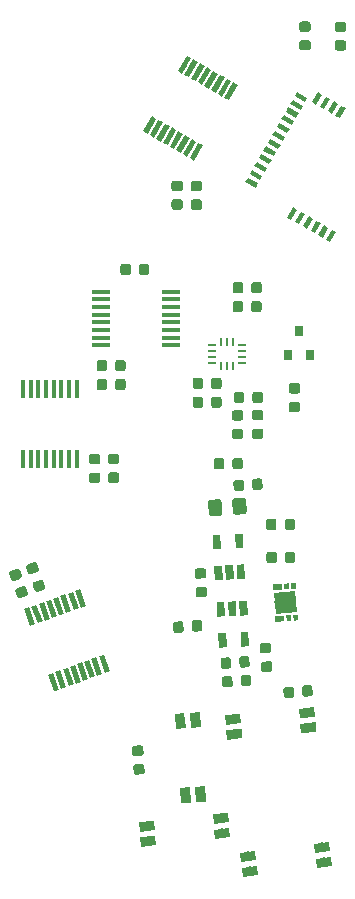
<source format=gbp>
G04 #@! TF.GenerationSoftware,KiCad,Pcbnew,(5.0.0)*
G04 #@! TF.CreationDate,2019-11-05T15:59:09+01:00*
G04 #@! TF.ProjectId,Insole_PCB,496E736F6C655F5043422E6B69636164,rev?*
G04 #@! TF.SameCoordinates,Original*
G04 #@! TF.FileFunction,Paste,Bot*
G04 #@! TF.FilePolarity,Positive*
%FSLAX46Y46*%
G04 Gerber Fmt 4.6, Leading zero omitted, Abs format (unit mm)*
G04 Created by KiCad (PCBNEW (5.0.0)) date 11/05/19 15:59:09*
%MOMM*%
%LPD*%
G01*
G04 APERTURE LIST*
%ADD10C,0.100000*%
%ADD11C,0.875000*%
%ADD12C,0.800000*%
%ADD13C,1.800000*%
%ADD14C,0.500000*%
%ADD15C,0.400000*%
%ADD16C,0.410000*%
%ADD17C,0.650000*%
%ADD18R,0.800000X0.900000*%
%ADD19C,0.450000*%
%ADD20R,0.450000X1.500000*%
%ADD21R,1.500000X0.450000*%
%ADD22C,1.150000*%
%ADD23R,0.675000X0.250000*%
%ADD24R,0.250000X0.675000*%
G04 APERTURE END LIST*
D10*
G04 #@! TO.C,C16*
G36*
X212806818Y-190892753D02*
X212827955Y-190896504D01*
X212848623Y-190902308D01*
X212868622Y-190910111D01*
X212887760Y-190919836D01*
X212905852Y-190931390D01*
X212922725Y-190944661D01*
X212938216Y-190959523D01*
X212952175Y-190975832D01*
X212964469Y-190993430D01*
X212974979Y-191012148D01*
X212983603Y-191031807D01*
X212990259Y-191052216D01*
X212994883Y-191073179D01*
X212997429Y-191094495D01*
X213033179Y-191605747D01*
X213033624Y-191627209D01*
X213031963Y-191648612D01*
X213028212Y-191669749D01*
X213022408Y-191690416D01*
X213014605Y-191710415D01*
X213004880Y-191729553D01*
X212993326Y-191747646D01*
X212980055Y-191764519D01*
X212965193Y-191780010D01*
X212948884Y-191793969D01*
X212931286Y-191806263D01*
X212912568Y-191816773D01*
X212892909Y-191825397D01*
X212872500Y-191832053D01*
X212851537Y-191836677D01*
X212830221Y-191839223D01*
X212393787Y-191869741D01*
X212372325Y-191870186D01*
X212350922Y-191868525D01*
X212329785Y-191864774D01*
X212309117Y-191858970D01*
X212289118Y-191851167D01*
X212269980Y-191841442D01*
X212251888Y-191829888D01*
X212235015Y-191816617D01*
X212219524Y-191801755D01*
X212205565Y-191785446D01*
X212193271Y-191767848D01*
X212182761Y-191749130D01*
X212174137Y-191729471D01*
X212167481Y-191709062D01*
X212162857Y-191688099D01*
X212160311Y-191666783D01*
X212124561Y-191155531D01*
X212124116Y-191134069D01*
X212125777Y-191112666D01*
X212129528Y-191091529D01*
X212135332Y-191070862D01*
X212143135Y-191050863D01*
X212152860Y-191031725D01*
X212164414Y-191013632D01*
X212177685Y-190996759D01*
X212192547Y-190981268D01*
X212208856Y-190967309D01*
X212226454Y-190955015D01*
X212245172Y-190944505D01*
X212264831Y-190935881D01*
X212285240Y-190929225D01*
X212306203Y-190924601D01*
X212327519Y-190922055D01*
X212763953Y-190891537D01*
X212785415Y-190891092D01*
X212806818Y-190892753D01*
X212806818Y-190892753D01*
G37*
D11*
X212578870Y-191380639D03*
D10*
G36*
X214377982Y-190782887D02*
X214399119Y-190786638D01*
X214419787Y-190792442D01*
X214439786Y-190800245D01*
X214458924Y-190809970D01*
X214477016Y-190821524D01*
X214493889Y-190834795D01*
X214509380Y-190849657D01*
X214523339Y-190865966D01*
X214535633Y-190883564D01*
X214546143Y-190902282D01*
X214554767Y-190921941D01*
X214561423Y-190942350D01*
X214566047Y-190963313D01*
X214568593Y-190984629D01*
X214604343Y-191495881D01*
X214604788Y-191517343D01*
X214603127Y-191538746D01*
X214599376Y-191559883D01*
X214593572Y-191580550D01*
X214585769Y-191600549D01*
X214576044Y-191619687D01*
X214564490Y-191637780D01*
X214551219Y-191654653D01*
X214536357Y-191670144D01*
X214520048Y-191684103D01*
X214502450Y-191696397D01*
X214483732Y-191706907D01*
X214464073Y-191715531D01*
X214443664Y-191722187D01*
X214422701Y-191726811D01*
X214401385Y-191729357D01*
X213964951Y-191759875D01*
X213943489Y-191760320D01*
X213922086Y-191758659D01*
X213900949Y-191754908D01*
X213880281Y-191749104D01*
X213860282Y-191741301D01*
X213841144Y-191731576D01*
X213823052Y-191720022D01*
X213806179Y-191706751D01*
X213790688Y-191691889D01*
X213776729Y-191675580D01*
X213764435Y-191657982D01*
X213753925Y-191639264D01*
X213745301Y-191619605D01*
X213738645Y-191599196D01*
X213734021Y-191578233D01*
X213731475Y-191556917D01*
X213695725Y-191045665D01*
X213695280Y-191024203D01*
X213696941Y-191002800D01*
X213700692Y-190981663D01*
X213706496Y-190960996D01*
X213714299Y-190940997D01*
X213724024Y-190921859D01*
X213735578Y-190903766D01*
X213748849Y-190886893D01*
X213763711Y-190871402D01*
X213780020Y-190857443D01*
X213797618Y-190845149D01*
X213816336Y-190834639D01*
X213835995Y-190826015D01*
X213856404Y-190819359D01*
X213877367Y-190814735D01*
X213898683Y-190812189D01*
X214335117Y-190781671D01*
X214356579Y-190781226D01*
X214377982Y-190782887D01*
X214377982Y-190782887D01*
G37*
D11*
X214150034Y-191270773D03*
G04 #@! TD*
D10*
G04 #@! TO.C,C15*
G36*
X212926237Y-192462687D02*
X212947374Y-192466438D01*
X212968042Y-192472242D01*
X212988041Y-192480045D01*
X213007179Y-192489770D01*
X213025271Y-192501324D01*
X213042144Y-192514595D01*
X213057635Y-192529457D01*
X213071594Y-192545766D01*
X213083888Y-192563364D01*
X213094398Y-192582082D01*
X213103022Y-192601741D01*
X213109678Y-192622150D01*
X213114302Y-192643113D01*
X213116848Y-192664429D01*
X213152598Y-193175681D01*
X213153043Y-193197143D01*
X213151382Y-193218546D01*
X213147631Y-193239683D01*
X213141827Y-193260350D01*
X213134024Y-193280349D01*
X213124299Y-193299487D01*
X213112745Y-193317580D01*
X213099474Y-193334453D01*
X213084612Y-193349944D01*
X213068303Y-193363903D01*
X213050705Y-193376197D01*
X213031987Y-193386707D01*
X213012328Y-193395331D01*
X212991919Y-193401987D01*
X212970956Y-193406611D01*
X212949640Y-193409157D01*
X212513206Y-193439675D01*
X212491744Y-193440120D01*
X212470341Y-193438459D01*
X212449204Y-193434708D01*
X212428536Y-193428904D01*
X212408537Y-193421101D01*
X212389399Y-193411376D01*
X212371307Y-193399822D01*
X212354434Y-193386551D01*
X212338943Y-193371689D01*
X212324984Y-193355380D01*
X212312690Y-193337782D01*
X212302180Y-193319064D01*
X212293556Y-193299405D01*
X212286900Y-193278996D01*
X212282276Y-193258033D01*
X212279730Y-193236717D01*
X212243980Y-192725465D01*
X212243535Y-192704003D01*
X212245196Y-192682600D01*
X212248947Y-192661463D01*
X212254751Y-192640796D01*
X212262554Y-192620797D01*
X212272279Y-192601659D01*
X212283833Y-192583566D01*
X212297104Y-192566693D01*
X212311966Y-192551202D01*
X212328275Y-192537243D01*
X212345873Y-192524949D01*
X212364591Y-192514439D01*
X212384250Y-192505815D01*
X212404659Y-192499159D01*
X212425622Y-192494535D01*
X212446938Y-192491989D01*
X212883372Y-192461471D01*
X212904834Y-192461026D01*
X212926237Y-192462687D01*
X212926237Y-192462687D01*
G37*
D11*
X212698289Y-192950573D03*
D10*
G36*
X214497401Y-192352821D02*
X214518538Y-192356572D01*
X214539206Y-192362376D01*
X214559205Y-192370179D01*
X214578343Y-192379904D01*
X214596435Y-192391458D01*
X214613308Y-192404729D01*
X214628799Y-192419591D01*
X214642758Y-192435900D01*
X214655052Y-192453498D01*
X214665562Y-192472216D01*
X214674186Y-192491875D01*
X214680842Y-192512284D01*
X214685466Y-192533247D01*
X214688012Y-192554563D01*
X214723762Y-193065815D01*
X214724207Y-193087277D01*
X214722546Y-193108680D01*
X214718795Y-193129817D01*
X214712991Y-193150484D01*
X214705188Y-193170483D01*
X214695463Y-193189621D01*
X214683909Y-193207714D01*
X214670638Y-193224587D01*
X214655776Y-193240078D01*
X214639467Y-193254037D01*
X214621869Y-193266331D01*
X214603151Y-193276841D01*
X214583492Y-193285465D01*
X214563083Y-193292121D01*
X214542120Y-193296745D01*
X214520804Y-193299291D01*
X214084370Y-193329809D01*
X214062908Y-193330254D01*
X214041505Y-193328593D01*
X214020368Y-193324842D01*
X213999700Y-193319038D01*
X213979701Y-193311235D01*
X213960563Y-193301510D01*
X213942471Y-193289956D01*
X213925598Y-193276685D01*
X213910107Y-193261823D01*
X213896148Y-193245514D01*
X213883854Y-193227916D01*
X213873344Y-193209198D01*
X213864720Y-193189539D01*
X213858064Y-193169130D01*
X213853440Y-193148167D01*
X213850894Y-193126851D01*
X213815144Y-192615599D01*
X213814699Y-192594137D01*
X213816360Y-192572734D01*
X213820111Y-192551597D01*
X213825915Y-192530930D01*
X213833718Y-192510931D01*
X213843443Y-192491793D01*
X213854997Y-192473700D01*
X213868268Y-192456827D01*
X213883130Y-192441336D01*
X213899439Y-192427377D01*
X213917037Y-192415083D01*
X213935755Y-192404573D01*
X213955414Y-192395949D01*
X213975823Y-192389293D01*
X213996786Y-192384669D01*
X214018102Y-192382123D01*
X214454536Y-192351605D01*
X214475998Y-192351160D01*
X214497401Y-192352821D01*
X214497401Y-192352821D01*
G37*
D11*
X214269453Y-192840707D03*
G04 #@! TD*
D12*
G04 #@! TO.C,U9*
X214620929Y-209009825D03*
D10*
G36*
X215217336Y-208533591D02*
X215314832Y-209327628D01*
X214024522Y-209486059D01*
X213927026Y-208692022D01*
X215217336Y-208533591D01*
X215217336Y-208533591D01*
G37*
D12*
X214464936Y-207739366D03*
D10*
G36*
X215061343Y-207263132D02*
X215158839Y-208057169D01*
X213868529Y-208215600D01*
X213771033Y-207421563D01*
X215061343Y-207263132D01*
X215061343Y-207263132D01*
G37*
D12*
X220717977Y-206971589D03*
D10*
G36*
X221314384Y-206495355D02*
X221411880Y-207289392D01*
X220121570Y-207447823D01*
X220024074Y-206653786D01*
X221314384Y-206495355D01*
X221314384Y-206495355D01*
G37*
D12*
X220873970Y-208242048D03*
D10*
G36*
X221470377Y-207765814D02*
X221567873Y-208559851D01*
X220277563Y-208718282D01*
X220180067Y-207924245D01*
X221470377Y-207765814D01*
X221470377Y-207765814D01*
G37*
G04 #@! TD*
D12*
G04 #@! TO.C,U8*
X212135299Y-204524948D03*
D10*
G36*
X211530671Y-204990700D02*
X211447048Y-204195083D01*
X212739927Y-204059196D01*
X212823550Y-204854813D01*
X211530671Y-204990700D01*
X211530671Y-204990700D01*
G37*
D12*
X212269095Y-205797936D03*
D10*
G36*
X211664467Y-206263688D02*
X211580844Y-205468071D01*
X212873723Y-205332184D01*
X212957346Y-206127801D01*
X211664467Y-206263688D01*
X211664467Y-206263688D01*
G37*
D12*
X206003607Y-206456466D03*
D10*
G36*
X205398979Y-206922218D02*
X205315356Y-206126601D01*
X206608235Y-205990714D01*
X206691858Y-206786331D01*
X205398979Y-206922218D01*
X205398979Y-206922218D01*
G37*
D12*
X205869811Y-205183478D03*
D10*
G36*
X205265183Y-205649230D02*
X205181560Y-204853613D01*
X206474439Y-204717726D01*
X206558062Y-205513343D01*
X205265183Y-205649230D01*
X205265183Y-205649230D01*
G37*
G04 #@! TD*
D12*
G04 #@! TO.C,U7*
X208711279Y-196293024D03*
D10*
G36*
X209155646Y-196913538D02*
X208357595Y-196969343D01*
X208266912Y-195672510D01*
X209064963Y-195616705D01*
X209155646Y-196913538D01*
X209155646Y-196913538D01*
G37*
D12*
X209988161Y-196203736D03*
D10*
G36*
X210432528Y-196824250D02*
X209634477Y-196880055D01*
X209543794Y-195583222D01*
X210341845Y-195527417D01*
X210432528Y-196824250D01*
X210432528Y-196824250D01*
G37*
D12*
X210427627Y-202488390D03*
D10*
G36*
X210871994Y-203108904D02*
X210073943Y-203164709D01*
X209983260Y-201867876D01*
X210781311Y-201812071D01*
X210871994Y-203108904D01*
X210871994Y-203108904D01*
G37*
D12*
X209150745Y-202577678D03*
D10*
G36*
X209595112Y-203198192D02*
X208797061Y-203253997D01*
X208706378Y-201957164D01*
X209504429Y-201901359D01*
X209595112Y-203198192D01*
X209595112Y-203198192D01*
G37*
G04 #@! TD*
D12*
G04 #@! TO.C,U6*
X219451687Y-195578602D03*
D10*
G36*
X218839023Y-196033731D02*
X218769298Y-195236775D01*
X220064351Y-195123473D01*
X220134076Y-195920429D01*
X218839023Y-196033731D01*
X218839023Y-196033731D01*
G37*
D12*
X219563246Y-196853731D03*
D10*
G36*
X218950582Y-197308860D02*
X218880857Y-196511904D01*
X220175910Y-196398602D01*
X220245635Y-197195558D01*
X218950582Y-197308860D01*
X218950582Y-197308860D01*
G37*
D12*
X213287219Y-197402812D03*
D10*
G36*
X212674555Y-197857941D02*
X212604830Y-197060985D01*
X213899883Y-196947683D01*
X213969608Y-197744639D01*
X212674555Y-197857941D01*
X212674555Y-197857941D01*
G37*
D12*
X213175660Y-196127683D03*
D10*
G36*
X212562996Y-196582812D02*
X212493271Y-195785856D01*
X213788324Y-195672554D01*
X213858049Y-196469510D01*
X212562996Y-196582812D01*
X212562996Y-196582812D01*
G37*
G04 #@! TD*
D13*
G04 #@! TO.C,U5*
X217619453Y-186240707D03*
D10*
G36*
X218580041Y-187075734D02*
X216784426Y-187201295D01*
X216658865Y-185405680D01*
X218454480Y-185280119D01*
X218580041Y-187075734D01*
X218580041Y-187075734D01*
G37*
D14*
X216927741Y-184935780D03*
D10*
G36*
X217319267Y-185159012D02*
X216571094Y-185211330D01*
X216536215Y-184712548D01*
X217284388Y-184660230D01*
X217319267Y-185159012D01*
X217319267Y-185159012D01*
G37*
D15*
X217700853Y-184881718D03*
D10*
G36*
X217518779Y-185145060D02*
X217483901Y-184646278D01*
X217882927Y-184618376D01*
X217917805Y-185117158D01*
X217518779Y-185145060D01*
X217518779Y-185145060D01*
G37*
D15*
X218299391Y-184839865D03*
D10*
G36*
X218117317Y-185103207D02*
X218082439Y-184604425D01*
X218481465Y-184576523D01*
X218516343Y-185075305D01*
X218117317Y-185103207D01*
X218117317Y-185103207D01*
G37*
D15*
X218487734Y-187533287D03*
D10*
G36*
X218305660Y-187796629D02*
X218270782Y-187297847D01*
X218669808Y-187269945D01*
X218704686Y-187768727D01*
X218305660Y-187796629D01*
X218305660Y-187796629D01*
G37*
D15*
X217889200Y-187575141D03*
D10*
G36*
X217707126Y-187838483D02*
X217672248Y-187339701D01*
X218071274Y-187311799D01*
X218106152Y-187810581D01*
X217707126Y-187838483D01*
X217707126Y-187838483D01*
G37*
D14*
X217116083Y-187629203D03*
D10*
G36*
X217507609Y-187852435D02*
X216759436Y-187904753D01*
X216724557Y-187405971D01*
X217472730Y-187353653D01*
X217507609Y-187852435D01*
X217507609Y-187852435D01*
G37*
G04 #@! TD*
D16*
G04 #@! TO.C,U4*
X221498624Y-155224833D03*
D10*
G36*
X221571089Y-154689320D02*
X221926159Y-154894320D01*
X221426159Y-155760346D01*
X221071089Y-155555346D01*
X221571089Y-154689320D01*
X221571089Y-154689320D01*
G37*
D16*
X220831785Y-154839833D03*
D10*
G36*
X220904250Y-154304320D02*
X221259320Y-154509320D01*
X220759320Y-155375346D01*
X220404250Y-155170346D01*
X220904250Y-154304320D01*
X220904250Y-154304320D01*
G37*
D16*
X220173605Y-154459833D03*
D10*
G36*
X220246070Y-153924320D02*
X220601140Y-154129320D01*
X220101140Y-154995346D01*
X219746070Y-154790346D01*
X220246070Y-153924320D01*
X220246070Y-153924320D01*
G37*
D16*
X219515426Y-154079833D03*
D10*
G36*
X219587891Y-153544320D02*
X219942961Y-153749320D01*
X219442961Y-154615346D01*
X219087891Y-154410346D01*
X219587891Y-153544320D01*
X219587891Y-153544320D01*
G37*
D16*
X218857247Y-153699833D03*
D10*
G36*
X218929712Y-153164320D02*
X219284782Y-153369320D01*
X218784782Y-154235346D01*
X218429712Y-154030346D01*
X218929712Y-153164320D01*
X218929712Y-153164320D01*
G37*
D16*
X214758819Y-150698519D03*
D10*
G36*
X214223306Y-150626054D02*
X214428306Y-150270984D01*
X215294332Y-150770984D01*
X215089332Y-151126054D01*
X214223306Y-150626054D01*
X214223306Y-150626054D01*
G37*
D16*
X215138819Y-150040340D03*
D10*
G36*
X214603306Y-149967875D02*
X214808306Y-149612805D01*
X215674332Y-150112805D01*
X215469332Y-150467875D01*
X214603306Y-149967875D01*
X214603306Y-149967875D01*
G37*
D16*
X215523819Y-149373501D03*
D10*
G36*
X214988306Y-149301036D02*
X215193306Y-148945966D01*
X216059332Y-149445966D01*
X215854332Y-149801036D01*
X214988306Y-149301036D01*
X214988306Y-149301036D01*
G37*
D16*
X215903819Y-148715321D03*
D10*
G36*
X215368306Y-148642856D02*
X215573306Y-148287786D01*
X216439332Y-148787786D01*
X216234332Y-149142856D01*
X215368306Y-148642856D01*
X215368306Y-148642856D01*
G37*
D16*
X216283819Y-148057142D03*
D10*
G36*
X215748306Y-147984677D02*
X215953306Y-147629607D01*
X216819332Y-148129607D01*
X216614332Y-148484677D01*
X215748306Y-147984677D01*
X215748306Y-147984677D01*
G37*
D16*
X216663819Y-147398963D03*
D10*
G36*
X216128306Y-147326498D02*
X216333306Y-146971428D01*
X217199332Y-147471428D01*
X216994332Y-147826498D01*
X216128306Y-147326498D01*
X216128306Y-147326498D01*
G37*
D16*
X217043819Y-146740782D03*
D10*
G36*
X216508306Y-146668317D02*
X216713306Y-146313247D01*
X217579332Y-146813247D01*
X217374332Y-147168317D01*
X216508306Y-146668317D01*
X216508306Y-146668317D01*
G37*
D16*
X217428819Y-146073944D03*
D10*
G36*
X216893306Y-146001479D02*
X217098306Y-145646409D01*
X217964332Y-146146409D01*
X217759332Y-146501479D01*
X216893306Y-146001479D01*
X216893306Y-146001479D01*
G37*
D16*
X217808819Y-145415764D03*
D10*
G36*
X217273306Y-145343299D02*
X217478306Y-144988229D01*
X218344332Y-145488229D01*
X218139332Y-145843299D01*
X217273306Y-145343299D01*
X217273306Y-145343299D01*
G37*
D16*
X218188819Y-144757585D03*
D10*
G36*
X217653306Y-144685120D02*
X217858306Y-144330050D01*
X218724332Y-144830050D01*
X218519332Y-145185120D01*
X217653306Y-144685120D01*
X217653306Y-144685120D01*
G37*
D16*
X218568819Y-144099406D03*
D10*
G36*
X218033306Y-144026941D02*
X218238306Y-143671871D01*
X219104332Y-144171871D01*
X218899332Y-144526941D01*
X218033306Y-144026941D01*
X218033306Y-144026941D01*
G37*
D16*
X218948819Y-143441227D03*
D10*
G36*
X218413306Y-143368762D02*
X218618306Y-143013692D01*
X219484332Y-143513692D01*
X219279332Y-143868762D01*
X218413306Y-143368762D01*
X218413306Y-143368762D01*
G37*
D16*
X220302690Y-143576252D03*
D10*
G36*
X220375155Y-143040739D02*
X220730225Y-143245739D01*
X220230225Y-144111765D01*
X219875155Y-143906765D01*
X220375155Y-143040739D01*
X220375155Y-143040739D01*
G37*
D16*
X220960869Y-143956252D03*
D10*
G36*
X221033334Y-143420739D02*
X221388404Y-143625739D01*
X220888404Y-144491765D01*
X220533334Y-144286765D01*
X221033334Y-143420739D01*
X221033334Y-143420739D01*
G37*
D16*
X221619049Y-144336252D03*
D10*
G36*
X221691514Y-143800739D02*
X222046584Y-144005739D01*
X221546584Y-144871765D01*
X221191514Y-144666765D01*
X221691514Y-143800739D01*
X221691514Y-143800739D01*
G37*
D16*
X222277228Y-144716252D03*
D10*
G36*
X222349693Y-144180739D02*
X222704763Y-144385739D01*
X222204763Y-145251765D01*
X221849693Y-145046765D01*
X222349693Y-144180739D01*
X222349693Y-144180739D01*
G37*
D16*
X218199068Y-153319833D03*
D10*
G36*
X218271533Y-152784320D02*
X218626603Y-152989320D01*
X218126603Y-153855346D01*
X217771533Y-153650346D01*
X218271533Y-152784320D01*
X218271533Y-152784320D01*
G37*
G04 #@! TD*
D17*
G04 #@! TO.C,U3*
X211802195Y-181132221D03*
D10*
G36*
X212158675Y-181724376D02*
X211509565Y-181758394D01*
X211445715Y-180540066D01*
X212094825Y-180506048D01*
X212158675Y-181724376D01*
X212158675Y-181724376D01*
G37*
D17*
X213699591Y-181032783D03*
D10*
G36*
X214056071Y-181624938D02*
X213406961Y-181658956D01*
X213343111Y-180440628D01*
X213992221Y-180406610D01*
X214056071Y-181624938D01*
X214056071Y-181624938D01*
G37*
D17*
X213836711Y-183649193D03*
D10*
G36*
X214193191Y-184241348D02*
X213544081Y-184275366D01*
X213480231Y-183057038D01*
X214129341Y-183023020D01*
X214193191Y-184241348D01*
X214193191Y-184241348D01*
G37*
D17*
X212888013Y-183698912D03*
D10*
G36*
X213244493Y-184291067D02*
X212595383Y-184325085D01*
X212531533Y-183106757D01*
X213180643Y-183072739D01*
X213244493Y-184291067D01*
X213244493Y-184291067D01*
G37*
D17*
X211939315Y-183748631D03*
D10*
G36*
X212295795Y-184340786D02*
X211646685Y-184374804D01*
X211582835Y-183156476D01*
X212231945Y-183122458D01*
X212295795Y-184340786D01*
X212295795Y-184340786D01*
G37*
G04 #@! TD*
D17*
G04 #@! TO.C,U1*
X214186711Y-189349193D03*
D10*
G36*
X213830231Y-188757038D02*
X214479341Y-188723020D01*
X214543191Y-189941348D01*
X213894081Y-189975366D01*
X213830231Y-188757038D01*
X213830231Y-188757038D01*
G37*
D17*
X212289315Y-189448631D03*
D10*
G36*
X211932835Y-188856476D02*
X212581945Y-188822458D01*
X212645795Y-190040786D01*
X211996685Y-190074804D01*
X211932835Y-188856476D01*
X211932835Y-188856476D01*
G37*
D17*
X212152195Y-186832221D03*
D10*
G36*
X211795715Y-186240066D02*
X212444825Y-186206048D01*
X212508675Y-187424376D01*
X211859565Y-187458394D01*
X211795715Y-186240066D01*
X211795715Y-186240066D01*
G37*
D17*
X213100893Y-186782502D03*
D10*
G36*
X212744413Y-186190347D02*
X213393523Y-186156329D01*
X213457373Y-187374657D01*
X212808263Y-187408675D01*
X212744413Y-186190347D01*
X212744413Y-186190347D01*
G37*
D17*
X214049591Y-186732783D03*
D10*
G36*
X213693111Y-186140628D02*
X214342221Y-186106610D01*
X214406071Y-187324938D01*
X213756961Y-187358956D01*
X213693111Y-186140628D01*
X213693111Y-186140628D01*
G37*
G04 #@! TD*
G04 #@! TO.C,R14*
G36*
X218647144Y-167679260D02*
X218668379Y-167682410D01*
X218689203Y-167687626D01*
X218709415Y-167694858D01*
X218728821Y-167704037D01*
X218747234Y-167715073D01*
X218764477Y-167727861D01*
X218780383Y-167742277D01*
X218794799Y-167758183D01*
X218807587Y-167775426D01*
X218818623Y-167793839D01*
X218827802Y-167813245D01*
X218835034Y-167833457D01*
X218840250Y-167854281D01*
X218843400Y-167875516D01*
X218844453Y-167896957D01*
X218844453Y-168334457D01*
X218843400Y-168355898D01*
X218840250Y-168377133D01*
X218835034Y-168397957D01*
X218827802Y-168418169D01*
X218818623Y-168437575D01*
X218807587Y-168455988D01*
X218794799Y-168473231D01*
X218780383Y-168489137D01*
X218764477Y-168503553D01*
X218747234Y-168516341D01*
X218728821Y-168527377D01*
X218709415Y-168536556D01*
X218689203Y-168543788D01*
X218668379Y-168549004D01*
X218647144Y-168552154D01*
X218625703Y-168553207D01*
X218113203Y-168553207D01*
X218091762Y-168552154D01*
X218070527Y-168549004D01*
X218049703Y-168543788D01*
X218029491Y-168536556D01*
X218010085Y-168527377D01*
X217991672Y-168516341D01*
X217974429Y-168503553D01*
X217958523Y-168489137D01*
X217944107Y-168473231D01*
X217931319Y-168455988D01*
X217920283Y-168437575D01*
X217911104Y-168418169D01*
X217903872Y-168397957D01*
X217898656Y-168377133D01*
X217895506Y-168355898D01*
X217894453Y-168334457D01*
X217894453Y-167896957D01*
X217895506Y-167875516D01*
X217898656Y-167854281D01*
X217903872Y-167833457D01*
X217911104Y-167813245D01*
X217920283Y-167793839D01*
X217931319Y-167775426D01*
X217944107Y-167758183D01*
X217958523Y-167742277D01*
X217974429Y-167727861D01*
X217991672Y-167715073D01*
X218010085Y-167704037D01*
X218029491Y-167694858D01*
X218049703Y-167687626D01*
X218070527Y-167682410D01*
X218091762Y-167679260D01*
X218113203Y-167678207D01*
X218625703Y-167678207D01*
X218647144Y-167679260D01*
X218647144Y-167679260D01*
G37*
D11*
X218369453Y-168115707D03*
D10*
G36*
X218647144Y-169254260D02*
X218668379Y-169257410D01*
X218689203Y-169262626D01*
X218709415Y-169269858D01*
X218728821Y-169279037D01*
X218747234Y-169290073D01*
X218764477Y-169302861D01*
X218780383Y-169317277D01*
X218794799Y-169333183D01*
X218807587Y-169350426D01*
X218818623Y-169368839D01*
X218827802Y-169388245D01*
X218835034Y-169408457D01*
X218840250Y-169429281D01*
X218843400Y-169450516D01*
X218844453Y-169471957D01*
X218844453Y-169909457D01*
X218843400Y-169930898D01*
X218840250Y-169952133D01*
X218835034Y-169972957D01*
X218827802Y-169993169D01*
X218818623Y-170012575D01*
X218807587Y-170030988D01*
X218794799Y-170048231D01*
X218780383Y-170064137D01*
X218764477Y-170078553D01*
X218747234Y-170091341D01*
X218728821Y-170102377D01*
X218709415Y-170111556D01*
X218689203Y-170118788D01*
X218668379Y-170124004D01*
X218647144Y-170127154D01*
X218625703Y-170128207D01*
X218113203Y-170128207D01*
X218091762Y-170127154D01*
X218070527Y-170124004D01*
X218049703Y-170118788D01*
X218029491Y-170111556D01*
X218010085Y-170102377D01*
X217991672Y-170091341D01*
X217974429Y-170078553D01*
X217958523Y-170064137D01*
X217944107Y-170048231D01*
X217931319Y-170030988D01*
X217920283Y-170012575D01*
X217911104Y-169993169D01*
X217903872Y-169972957D01*
X217898656Y-169952133D01*
X217895506Y-169930898D01*
X217894453Y-169909457D01*
X217894453Y-169471957D01*
X217895506Y-169450516D01*
X217898656Y-169429281D01*
X217903872Y-169408457D01*
X217911104Y-169388245D01*
X217920283Y-169368839D01*
X217931319Y-169350426D01*
X217944107Y-169333183D01*
X217958523Y-169317277D01*
X217974429Y-169302861D01*
X217991672Y-169290073D01*
X218010085Y-169279037D01*
X218029491Y-169269858D01*
X218049703Y-169262626D01*
X218070527Y-169257410D01*
X218091762Y-169254260D01*
X218113203Y-169253207D01*
X218625703Y-169253207D01*
X218647144Y-169254260D01*
X218647144Y-169254260D01*
G37*
D11*
X218369453Y-169690707D03*
G04 #@! TD*
D10*
G04 #@! TO.C,R13*
G36*
X213847144Y-171541760D02*
X213868379Y-171544910D01*
X213889203Y-171550126D01*
X213909415Y-171557358D01*
X213928821Y-171566537D01*
X213947234Y-171577573D01*
X213964477Y-171590361D01*
X213980383Y-171604777D01*
X213994799Y-171620683D01*
X214007587Y-171637926D01*
X214018623Y-171656339D01*
X214027802Y-171675745D01*
X214035034Y-171695957D01*
X214040250Y-171716781D01*
X214043400Y-171738016D01*
X214044453Y-171759457D01*
X214044453Y-172196957D01*
X214043400Y-172218398D01*
X214040250Y-172239633D01*
X214035034Y-172260457D01*
X214027802Y-172280669D01*
X214018623Y-172300075D01*
X214007587Y-172318488D01*
X213994799Y-172335731D01*
X213980383Y-172351637D01*
X213964477Y-172366053D01*
X213947234Y-172378841D01*
X213928821Y-172389877D01*
X213909415Y-172399056D01*
X213889203Y-172406288D01*
X213868379Y-172411504D01*
X213847144Y-172414654D01*
X213825703Y-172415707D01*
X213313203Y-172415707D01*
X213291762Y-172414654D01*
X213270527Y-172411504D01*
X213249703Y-172406288D01*
X213229491Y-172399056D01*
X213210085Y-172389877D01*
X213191672Y-172378841D01*
X213174429Y-172366053D01*
X213158523Y-172351637D01*
X213144107Y-172335731D01*
X213131319Y-172318488D01*
X213120283Y-172300075D01*
X213111104Y-172280669D01*
X213103872Y-172260457D01*
X213098656Y-172239633D01*
X213095506Y-172218398D01*
X213094453Y-172196957D01*
X213094453Y-171759457D01*
X213095506Y-171738016D01*
X213098656Y-171716781D01*
X213103872Y-171695957D01*
X213111104Y-171675745D01*
X213120283Y-171656339D01*
X213131319Y-171637926D01*
X213144107Y-171620683D01*
X213158523Y-171604777D01*
X213174429Y-171590361D01*
X213191672Y-171577573D01*
X213210085Y-171566537D01*
X213229491Y-171557358D01*
X213249703Y-171550126D01*
X213270527Y-171544910D01*
X213291762Y-171541760D01*
X213313203Y-171540707D01*
X213825703Y-171540707D01*
X213847144Y-171541760D01*
X213847144Y-171541760D01*
G37*
D11*
X213569453Y-171978207D03*
D10*
G36*
X213847144Y-169966760D02*
X213868379Y-169969910D01*
X213889203Y-169975126D01*
X213909415Y-169982358D01*
X213928821Y-169991537D01*
X213947234Y-170002573D01*
X213964477Y-170015361D01*
X213980383Y-170029777D01*
X213994799Y-170045683D01*
X214007587Y-170062926D01*
X214018623Y-170081339D01*
X214027802Y-170100745D01*
X214035034Y-170120957D01*
X214040250Y-170141781D01*
X214043400Y-170163016D01*
X214044453Y-170184457D01*
X214044453Y-170621957D01*
X214043400Y-170643398D01*
X214040250Y-170664633D01*
X214035034Y-170685457D01*
X214027802Y-170705669D01*
X214018623Y-170725075D01*
X214007587Y-170743488D01*
X213994799Y-170760731D01*
X213980383Y-170776637D01*
X213964477Y-170791053D01*
X213947234Y-170803841D01*
X213928821Y-170814877D01*
X213909415Y-170824056D01*
X213889203Y-170831288D01*
X213868379Y-170836504D01*
X213847144Y-170839654D01*
X213825703Y-170840707D01*
X213313203Y-170840707D01*
X213291762Y-170839654D01*
X213270527Y-170836504D01*
X213249703Y-170831288D01*
X213229491Y-170824056D01*
X213210085Y-170814877D01*
X213191672Y-170803841D01*
X213174429Y-170791053D01*
X213158523Y-170776637D01*
X213144107Y-170760731D01*
X213131319Y-170743488D01*
X213120283Y-170725075D01*
X213111104Y-170705669D01*
X213103872Y-170685457D01*
X213098656Y-170664633D01*
X213095506Y-170643398D01*
X213094453Y-170621957D01*
X213094453Y-170184457D01*
X213095506Y-170163016D01*
X213098656Y-170141781D01*
X213103872Y-170120957D01*
X213111104Y-170100745D01*
X213120283Y-170081339D01*
X213131319Y-170062926D01*
X213144107Y-170045683D01*
X213158523Y-170029777D01*
X213174429Y-170015361D01*
X213191672Y-170002573D01*
X213210085Y-169991537D01*
X213229491Y-169982358D01*
X213249703Y-169975126D01*
X213270527Y-169969910D01*
X213291762Y-169966760D01*
X213313203Y-169965707D01*
X213825703Y-169965707D01*
X213847144Y-169966760D01*
X213847144Y-169966760D01*
G37*
D11*
X213569453Y-170403207D03*
G04 #@! TD*
D10*
G04 #@! TO.C,R12*
G36*
X215547144Y-169954260D02*
X215568379Y-169957410D01*
X215589203Y-169962626D01*
X215609415Y-169969858D01*
X215628821Y-169979037D01*
X215647234Y-169990073D01*
X215664477Y-170002861D01*
X215680383Y-170017277D01*
X215694799Y-170033183D01*
X215707587Y-170050426D01*
X215718623Y-170068839D01*
X215727802Y-170088245D01*
X215735034Y-170108457D01*
X215740250Y-170129281D01*
X215743400Y-170150516D01*
X215744453Y-170171957D01*
X215744453Y-170609457D01*
X215743400Y-170630898D01*
X215740250Y-170652133D01*
X215735034Y-170672957D01*
X215727802Y-170693169D01*
X215718623Y-170712575D01*
X215707587Y-170730988D01*
X215694799Y-170748231D01*
X215680383Y-170764137D01*
X215664477Y-170778553D01*
X215647234Y-170791341D01*
X215628821Y-170802377D01*
X215609415Y-170811556D01*
X215589203Y-170818788D01*
X215568379Y-170824004D01*
X215547144Y-170827154D01*
X215525703Y-170828207D01*
X215013203Y-170828207D01*
X214991762Y-170827154D01*
X214970527Y-170824004D01*
X214949703Y-170818788D01*
X214929491Y-170811556D01*
X214910085Y-170802377D01*
X214891672Y-170791341D01*
X214874429Y-170778553D01*
X214858523Y-170764137D01*
X214844107Y-170748231D01*
X214831319Y-170730988D01*
X214820283Y-170712575D01*
X214811104Y-170693169D01*
X214803872Y-170672957D01*
X214798656Y-170652133D01*
X214795506Y-170630898D01*
X214794453Y-170609457D01*
X214794453Y-170171957D01*
X214795506Y-170150516D01*
X214798656Y-170129281D01*
X214803872Y-170108457D01*
X214811104Y-170088245D01*
X214820283Y-170068839D01*
X214831319Y-170050426D01*
X214844107Y-170033183D01*
X214858523Y-170017277D01*
X214874429Y-170002861D01*
X214891672Y-169990073D01*
X214910085Y-169979037D01*
X214929491Y-169969858D01*
X214949703Y-169962626D01*
X214970527Y-169957410D01*
X214991762Y-169954260D01*
X215013203Y-169953207D01*
X215525703Y-169953207D01*
X215547144Y-169954260D01*
X215547144Y-169954260D01*
G37*
D11*
X215269453Y-170390707D03*
D10*
G36*
X215547144Y-171529260D02*
X215568379Y-171532410D01*
X215589203Y-171537626D01*
X215609415Y-171544858D01*
X215628821Y-171554037D01*
X215647234Y-171565073D01*
X215664477Y-171577861D01*
X215680383Y-171592277D01*
X215694799Y-171608183D01*
X215707587Y-171625426D01*
X215718623Y-171643839D01*
X215727802Y-171663245D01*
X215735034Y-171683457D01*
X215740250Y-171704281D01*
X215743400Y-171725516D01*
X215744453Y-171746957D01*
X215744453Y-172184457D01*
X215743400Y-172205898D01*
X215740250Y-172227133D01*
X215735034Y-172247957D01*
X215727802Y-172268169D01*
X215718623Y-172287575D01*
X215707587Y-172305988D01*
X215694799Y-172323231D01*
X215680383Y-172339137D01*
X215664477Y-172353553D01*
X215647234Y-172366341D01*
X215628821Y-172377377D01*
X215609415Y-172386556D01*
X215589203Y-172393788D01*
X215568379Y-172399004D01*
X215547144Y-172402154D01*
X215525703Y-172403207D01*
X215013203Y-172403207D01*
X214991762Y-172402154D01*
X214970527Y-172399004D01*
X214949703Y-172393788D01*
X214929491Y-172386556D01*
X214910085Y-172377377D01*
X214891672Y-172366341D01*
X214874429Y-172353553D01*
X214858523Y-172339137D01*
X214844107Y-172323231D01*
X214831319Y-172305988D01*
X214820283Y-172287575D01*
X214811104Y-172268169D01*
X214803872Y-172247957D01*
X214798656Y-172227133D01*
X214795506Y-172205898D01*
X214794453Y-172184457D01*
X214794453Y-171746957D01*
X214795506Y-171725516D01*
X214798656Y-171704281D01*
X214803872Y-171683457D01*
X214811104Y-171663245D01*
X214820283Y-171643839D01*
X214831319Y-171625426D01*
X214844107Y-171608183D01*
X214858523Y-171592277D01*
X214874429Y-171577861D01*
X214891672Y-171565073D01*
X214910085Y-171554037D01*
X214929491Y-171544858D01*
X214949703Y-171537626D01*
X214970527Y-171532410D01*
X214991762Y-171529260D01*
X215013203Y-171528207D01*
X215525703Y-171528207D01*
X215547144Y-171529260D01*
X215547144Y-171529260D01*
G37*
D11*
X215269453Y-171965707D03*
G04 #@! TD*
D10*
G04 #@! TO.C,R11*
G36*
X219688852Y-193230282D02*
X219710051Y-193233664D01*
X219730817Y-193239107D01*
X219750949Y-193246559D01*
X219770254Y-193255948D01*
X219788545Y-193267185D01*
X219805647Y-193280160D01*
X219821395Y-193294749D01*
X219835637Y-193310811D01*
X219848236Y-193328193D01*
X219859071Y-193346725D01*
X219868037Y-193366230D01*
X219875048Y-193386520D01*
X219880037Y-193407399D01*
X219882955Y-193428667D01*
X219927622Y-193939217D01*
X219928441Y-193960668D01*
X219927154Y-193982097D01*
X219923772Y-194003296D01*
X219918330Y-194024062D01*
X219910877Y-194044194D01*
X219901488Y-194063498D01*
X219890251Y-194081790D01*
X219877276Y-194098892D01*
X219862687Y-194114640D01*
X219846625Y-194128882D01*
X219829244Y-194141481D01*
X219810711Y-194152316D01*
X219791206Y-194161282D01*
X219770916Y-194168293D01*
X219750037Y-194173282D01*
X219728769Y-194176200D01*
X219292934Y-194214330D01*
X219271483Y-194215149D01*
X219250054Y-194213862D01*
X219228855Y-194210480D01*
X219208089Y-194205037D01*
X219187957Y-194197585D01*
X219168652Y-194188196D01*
X219150361Y-194176959D01*
X219133259Y-194163984D01*
X219117511Y-194149395D01*
X219103269Y-194133333D01*
X219090670Y-194115951D01*
X219079835Y-194097419D01*
X219070869Y-194077914D01*
X219063858Y-194057624D01*
X219058869Y-194036745D01*
X219055951Y-194015477D01*
X219011284Y-193504927D01*
X219010465Y-193483476D01*
X219011752Y-193462047D01*
X219015134Y-193440848D01*
X219020576Y-193420082D01*
X219028029Y-193399950D01*
X219037418Y-193380646D01*
X219048655Y-193362354D01*
X219061630Y-193345252D01*
X219076219Y-193329504D01*
X219092281Y-193315262D01*
X219109662Y-193302663D01*
X219128195Y-193291828D01*
X219147700Y-193282862D01*
X219167990Y-193275851D01*
X219188869Y-193270862D01*
X219210137Y-193267944D01*
X219645972Y-193229814D01*
X219667423Y-193228995D01*
X219688852Y-193230282D01*
X219688852Y-193230282D01*
G37*
D11*
X219469453Y-193722072D03*
D10*
G36*
X218119846Y-193367552D02*
X218141045Y-193370934D01*
X218161811Y-193376377D01*
X218181943Y-193383829D01*
X218201248Y-193393218D01*
X218219539Y-193404455D01*
X218236641Y-193417430D01*
X218252389Y-193432019D01*
X218266631Y-193448081D01*
X218279230Y-193465463D01*
X218290065Y-193483995D01*
X218299031Y-193503500D01*
X218306042Y-193523790D01*
X218311031Y-193544669D01*
X218313949Y-193565937D01*
X218358616Y-194076487D01*
X218359435Y-194097938D01*
X218358148Y-194119367D01*
X218354766Y-194140566D01*
X218349324Y-194161332D01*
X218341871Y-194181464D01*
X218332482Y-194200768D01*
X218321245Y-194219060D01*
X218308270Y-194236162D01*
X218293681Y-194251910D01*
X218277619Y-194266152D01*
X218260238Y-194278751D01*
X218241705Y-194289586D01*
X218222200Y-194298552D01*
X218201910Y-194305563D01*
X218181031Y-194310552D01*
X218159763Y-194313470D01*
X217723928Y-194351600D01*
X217702477Y-194352419D01*
X217681048Y-194351132D01*
X217659849Y-194347750D01*
X217639083Y-194342307D01*
X217618951Y-194334855D01*
X217599646Y-194325466D01*
X217581355Y-194314229D01*
X217564253Y-194301254D01*
X217548505Y-194286665D01*
X217534263Y-194270603D01*
X217521664Y-194253221D01*
X217510829Y-194234689D01*
X217501863Y-194215184D01*
X217494852Y-194194894D01*
X217489863Y-194174015D01*
X217486945Y-194152747D01*
X217442278Y-193642197D01*
X217441459Y-193620746D01*
X217442746Y-193599317D01*
X217446128Y-193578118D01*
X217451570Y-193557352D01*
X217459023Y-193537220D01*
X217468412Y-193517916D01*
X217479649Y-193499624D01*
X217492624Y-193482522D01*
X217507213Y-193466774D01*
X217523275Y-193452532D01*
X217540656Y-193439933D01*
X217559189Y-193429098D01*
X217578694Y-193420132D01*
X217598984Y-193413121D01*
X217619863Y-193408132D01*
X217641131Y-193405214D01*
X218076966Y-193367084D01*
X218098417Y-193366265D01*
X218119846Y-193367552D01*
X218119846Y-193367552D01*
G37*
D11*
X217900447Y-193859342D03*
G04 #@! TD*
D10*
G04 #@! TO.C,R10*
G36*
X216687644Y-181958760D02*
X216708879Y-181961910D01*
X216729703Y-181967126D01*
X216749915Y-181974358D01*
X216769321Y-181983537D01*
X216787734Y-181994573D01*
X216804977Y-182007361D01*
X216820883Y-182021777D01*
X216835299Y-182037683D01*
X216848087Y-182054926D01*
X216859123Y-182073339D01*
X216868302Y-182092745D01*
X216875534Y-182112957D01*
X216880750Y-182133781D01*
X216883900Y-182155016D01*
X216884953Y-182176457D01*
X216884953Y-182688957D01*
X216883900Y-182710398D01*
X216880750Y-182731633D01*
X216875534Y-182752457D01*
X216868302Y-182772669D01*
X216859123Y-182792075D01*
X216848087Y-182810488D01*
X216835299Y-182827731D01*
X216820883Y-182843637D01*
X216804977Y-182858053D01*
X216787734Y-182870841D01*
X216769321Y-182881877D01*
X216749915Y-182891056D01*
X216729703Y-182898288D01*
X216708879Y-182903504D01*
X216687644Y-182906654D01*
X216666203Y-182907707D01*
X216228703Y-182907707D01*
X216207262Y-182906654D01*
X216186027Y-182903504D01*
X216165203Y-182898288D01*
X216144991Y-182891056D01*
X216125585Y-182881877D01*
X216107172Y-182870841D01*
X216089929Y-182858053D01*
X216074023Y-182843637D01*
X216059607Y-182827731D01*
X216046819Y-182810488D01*
X216035783Y-182792075D01*
X216026604Y-182772669D01*
X216019372Y-182752457D01*
X216014156Y-182731633D01*
X216011006Y-182710398D01*
X216009953Y-182688957D01*
X216009953Y-182176457D01*
X216011006Y-182155016D01*
X216014156Y-182133781D01*
X216019372Y-182112957D01*
X216026604Y-182092745D01*
X216035783Y-182073339D01*
X216046819Y-182054926D01*
X216059607Y-182037683D01*
X216074023Y-182021777D01*
X216089929Y-182007361D01*
X216107172Y-181994573D01*
X216125585Y-181983537D01*
X216144991Y-181974358D01*
X216165203Y-181967126D01*
X216186027Y-181961910D01*
X216207262Y-181958760D01*
X216228703Y-181957707D01*
X216666203Y-181957707D01*
X216687644Y-181958760D01*
X216687644Y-181958760D01*
G37*
D11*
X216447453Y-182432707D03*
D10*
G36*
X218262644Y-181958760D02*
X218283879Y-181961910D01*
X218304703Y-181967126D01*
X218324915Y-181974358D01*
X218344321Y-181983537D01*
X218362734Y-181994573D01*
X218379977Y-182007361D01*
X218395883Y-182021777D01*
X218410299Y-182037683D01*
X218423087Y-182054926D01*
X218434123Y-182073339D01*
X218443302Y-182092745D01*
X218450534Y-182112957D01*
X218455750Y-182133781D01*
X218458900Y-182155016D01*
X218459953Y-182176457D01*
X218459953Y-182688957D01*
X218458900Y-182710398D01*
X218455750Y-182731633D01*
X218450534Y-182752457D01*
X218443302Y-182772669D01*
X218434123Y-182792075D01*
X218423087Y-182810488D01*
X218410299Y-182827731D01*
X218395883Y-182843637D01*
X218379977Y-182858053D01*
X218362734Y-182870841D01*
X218344321Y-182881877D01*
X218324915Y-182891056D01*
X218304703Y-182898288D01*
X218283879Y-182903504D01*
X218262644Y-182906654D01*
X218241203Y-182907707D01*
X217803703Y-182907707D01*
X217782262Y-182906654D01*
X217761027Y-182903504D01*
X217740203Y-182898288D01*
X217719991Y-182891056D01*
X217700585Y-182881877D01*
X217682172Y-182870841D01*
X217664929Y-182858053D01*
X217649023Y-182843637D01*
X217634607Y-182827731D01*
X217621819Y-182810488D01*
X217610783Y-182792075D01*
X217601604Y-182772669D01*
X217594372Y-182752457D01*
X217589156Y-182731633D01*
X217586006Y-182710398D01*
X217584953Y-182688957D01*
X217584953Y-182176457D01*
X217586006Y-182155016D01*
X217589156Y-182133781D01*
X217594372Y-182112957D01*
X217601604Y-182092745D01*
X217610783Y-182073339D01*
X217621819Y-182054926D01*
X217634607Y-182037683D01*
X217649023Y-182021777D01*
X217664929Y-182007361D01*
X217682172Y-181994573D01*
X217700585Y-181983537D01*
X217719991Y-181974358D01*
X217740203Y-181967126D01*
X217761027Y-181961910D01*
X217782262Y-181958760D01*
X217803703Y-181957707D01*
X218241203Y-181957707D01*
X218262644Y-181958760D01*
X218262644Y-181958760D01*
G37*
D11*
X218022453Y-182432707D03*
G04 #@! TD*
D10*
G04 #@! TO.C,R9*
G36*
X222547144Y-137066760D02*
X222568379Y-137069910D01*
X222589203Y-137075126D01*
X222609415Y-137082358D01*
X222628821Y-137091537D01*
X222647234Y-137102573D01*
X222664477Y-137115361D01*
X222680383Y-137129777D01*
X222694799Y-137145683D01*
X222707587Y-137162926D01*
X222718623Y-137181339D01*
X222727802Y-137200745D01*
X222735034Y-137220957D01*
X222740250Y-137241781D01*
X222743400Y-137263016D01*
X222744453Y-137284457D01*
X222744453Y-137721957D01*
X222743400Y-137743398D01*
X222740250Y-137764633D01*
X222735034Y-137785457D01*
X222727802Y-137805669D01*
X222718623Y-137825075D01*
X222707587Y-137843488D01*
X222694799Y-137860731D01*
X222680383Y-137876637D01*
X222664477Y-137891053D01*
X222647234Y-137903841D01*
X222628821Y-137914877D01*
X222609415Y-137924056D01*
X222589203Y-137931288D01*
X222568379Y-137936504D01*
X222547144Y-137939654D01*
X222525703Y-137940707D01*
X222013203Y-137940707D01*
X221991762Y-137939654D01*
X221970527Y-137936504D01*
X221949703Y-137931288D01*
X221929491Y-137924056D01*
X221910085Y-137914877D01*
X221891672Y-137903841D01*
X221874429Y-137891053D01*
X221858523Y-137876637D01*
X221844107Y-137860731D01*
X221831319Y-137843488D01*
X221820283Y-137825075D01*
X221811104Y-137805669D01*
X221803872Y-137785457D01*
X221798656Y-137764633D01*
X221795506Y-137743398D01*
X221794453Y-137721957D01*
X221794453Y-137284457D01*
X221795506Y-137263016D01*
X221798656Y-137241781D01*
X221803872Y-137220957D01*
X221811104Y-137200745D01*
X221820283Y-137181339D01*
X221831319Y-137162926D01*
X221844107Y-137145683D01*
X221858523Y-137129777D01*
X221874429Y-137115361D01*
X221891672Y-137102573D01*
X221910085Y-137091537D01*
X221929491Y-137082358D01*
X221949703Y-137075126D01*
X221970527Y-137069910D01*
X221991762Y-137066760D01*
X222013203Y-137065707D01*
X222525703Y-137065707D01*
X222547144Y-137066760D01*
X222547144Y-137066760D01*
G37*
D11*
X222269453Y-137503207D03*
D10*
G36*
X222547144Y-138641760D02*
X222568379Y-138644910D01*
X222589203Y-138650126D01*
X222609415Y-138657358D01*
X222628821Y-138666537D01*
X222647234Y-138677573D01*
X222664477Y-138690361D01*
X222680383Y-138704777D01*
X222694799Y-138720683D01*
X222707587Y-138737926D01*
X222718623Y-138756339D01*
X222727802Y-138775745D01*
X222735034Y-138795957D01*
X222740250Y-138816781D01*
X222743400Y-138838016D01*
X222744453Y-138859457D01*
X222744453Y-139296957D01*
X222743400Y-139318398D01*
X222740250Y-139339633D01*
X222735034Y-139360457D01*
X222727802Y-139380669D01*
X222718623Y-139400075D01*
X222707587Y-139418488D01*
X222694799Y-139435731D01*
X222680383Y-139451637D01*
X222664477Y-139466053D01*
X222647234Y-139478841D01*
X222628821Y-139489877D01*
X222609415Y-139499056D01*
X222589203Y-139506288D01*
X222568379Y-139511504D01*
X222547144Y-139514654D01*
X222525703Y-139515707D01*
X222013203Y-139515707D01*
X221991762Y-139514654D01*
X221970527Y-139511504D01*
X221949703Y-139506288D01*
X221929491Y-139499056D01*
X221910085Y-139489877D01*
X221891672Y-139478841D01*
X221874429Y-139466053D01*
X221858523Y-139451637D01*
X221844107Y-139435731D01*
X221831319Y-139418488D01*
X221820283Y-139400075D01*
X221811104Y-139380669D01*
X221803872Y-139360457D01*
X221798656Y-139339633D01*
X221795506Y-139318398D01*
X221794453Y-139296957D01*
X221794453Y-138859457D01*
X221795506Y-138838016D01*
X221798656Y-138816781D01*
X221803872Y-138795957D01*
X221811104Y-138775745D01*
X221820283Y-138756339D01*
X221831319Y-138737926D01*
X221844107Y-138720683D01*
X221858523Y-138704777D01*
X221874429Y-138690361D01*
X221891672Y-138677573D01*
X221910085Y-138666537D01*
X221929491Y-138657358D01*
X221949703Y-138650126D01*
X221970527Y-138644910D01*
X221991762Y-138641760D01*
X222013203Y-138640707D01*
X222525703Y-138640707D01*
X222547144Y-138641760D01*
X222547144Y-138641760D01*
G37*
D11*
X222269453Y-139078207D03*
G04 #@! TD*
D10*
G04 #@! TO.C,R8*
G36*
X219547144Y-137054260D02*
X219568379Y-137057410D01*
X219589203Y-137062626D01*
X219609415Y-137069858D01*
X219628821Y-137079037D01*
X219647234Y-137090073D01*
X219664477Y-137102861D01*
X219680383Y-137117277D01*
X219694799Y-137133183D01*
X219707587Y-137150426D01*
X219718623Y-137168839D01*
X219727802Y-137188245D01*
X219735034Y-137208457D01*
X219740250Y-137229281D01*
X219743400Y-137250516D01*
X219744453Y-137271957D01*
X219744453Y-137709457D01*
X219743400Y-137730898D01*
X219740250Y-137752133D01*
X219735034Y-137772957D01*
X219727802Y-137793169D01*
X219718623Y-137812575D01*
X219707587Y-137830988D01*
X219694799Y-137848231D01*
X219680383Y-137864137D01*
X219664477Y-137878553D01*
X219647234Y-137891341D01*
X219628821Y-137902377D01*
X219609415Y-137911556D01*
X219589203Y-137918788D01*
X219568379Y-137924004D01*
X219547144Y-137927154D01*
X219525703Y-137928207D01*
X219013203Y-137928207D01*
X218991762Y-137927154D01*
X218970527Y-137924004D01*
X218949703Y-137918788D01*
X218929491Y-137911556D01*
X218910085Y-137902377D01*
X218891672Y-137891341D01*
X218874429Y-137878553D01*
X218858523Y-137864137D01*
X218844107Y-137848231D01*
X218831319Y-137830988D01*
X218820283Y-137812575D01*
X218811104Y-137793169D01*
X218803872Y-137772957D01*
X218798656Y-137752133D01*
X218795506Y-137730898D01*
X218794453Y-137709457D01*
X218794453Y-137271957D01*
X218795506Y-137250516D01*
X218798656Y-137229281D01*
X218803872Y-137208457D01*
X218811104Y-137188245D01*
X218820283Y-137168839D01*
X218831319Y-137150426D01*
X218844107Y-137133183D01*
X218858523Y-137117277D01*
X218874429Y-137102861D01*
X218891672Y-137090073D01*
X218910085Y-137079037D01*
X218929491Y-137069858D01*
X218949703Y-137062626D01*
X218970527Y-137057410D01*
X218991762Y-137054260D01*
X219013203Y-137053207D01*
X219525703Y-137053207D01*
X219547144Y-137054260D01*
X219547144Y-137054260D01*
G37*
D11*
X219269453Y-137490707D03*
D10*
G36*
X219547144Y-138629260D02*
X219568379Y-138632410D01*
X219589203Y-138637626D01*
X219609415Y-138644858D01*
X219628821Y-138654037D01*
X219647234Y-138665073D01*
X219664477Y-138677861D01*
X219680383Y-138692277D01*
X219694799Y-138708183D01*
X219707587Y-138725426D01*
X219718623Y-138743839D01*
X219727802Y-138763245D01*
X219735034Y-138783457D01*
X219740250Y-138804281D01*
X219743400Y-138825516D01*
X219744453Y-138846957D01*
X219744453Y-139284457D01*
X219743400Y-139305898D01*
X219740250Y-139327133D01*
X219735034Y-139347957D01*
X219727802Y-139368169D01*
X219718623Y-139387575D01*
X219707587Y-139405988D01*
X219694799Y-139423231D01*
X219680383Y-139439137D01*
X219664477Y-139453553D01*
X219647234Y-139466341D01*
X219628821Y-139477377D01*
X219609415Y-139486556D01*
X219589203Y-139493788D01*
X219568379Y-139499004D01*
X219547144Y-139502154D01*
X219525703Y-139503207D01*
X219013203Y-139503207D01*
X218991762Y-139502154D01*
X218970527Y-139499004D01*
X218949703Y-139493788D01*
X218929491Y-139486556D01*
X218910085Y-139477377D01*
X218891672Y-139466341D01*
X218874429Y-139453553D01*
X218858523Y-139439137D01*
X218844107Y-139423231D01*
X218831319Y-139405988D01*
X218820283Y-139387575D01*
X218811104Y-139368169D01*
X218803872Y-139347957D01*
X218798656Y-139327133D01*
X218795506Y-139305898D01*
X218794453Y-139284457D01*
X218794453Y-138846957D01*
X218795506Y-138825516D01*
X218798656Y-138804281D01*
X218803872Y-138783457D01*
X218811104Y-138763245D01*
X218820283Y-138743839D01*
X218831319Y-138725426D01*
X218844107Y-138708183D01*
X218858523Y-138692277D01*
X218874429Y-138677861D01*
X218891672Y-138665073D01*
X218910085Y-138654037D01*
X218929491Y-138644858D01*
X218949703Y-138637626D01*
X218970527Y-138632410D01*
X218991762Y-138629260D01*
X219013203Y-138628207D01*
X219525703Y-138628207D01*
X219547144Y-138629260D01*
X219547144Y-138629260D01*
G37*
D11*
X219269453Y-139065707D03*
G04 #@! TD*
D10*
G04 #@! TO.C,R7*
G36*
X204322144Y-157566760D02*
X204343379Y-157569910D01*
X204364203Y-157575126D01*
X204384415Y-157582358D01*
X204403821Y-157591537D01*
X204422234Y-157602573D01*
X204439477Y-157615361D01*
X204455383Y-157629777D01*
X204469799Y-157645683D01*
X204482587Y-157662926D01*
X204493623Y-157681339D01*
X204502802Y-157700745D01*
X204510034Y-157720957D01*
X204515250Y-157741781D01*
X204518400Y-157763016D01*
X204519453Y-157784457D01*
X204519453Y-158296957D01*
X204518400Y-158318398D01*
X204515250Y-158339633D01*
X204510034Y-158360457D01*
X204502802Y-158380669D01*
X204493623Y-158400075D01*
X204482587Y-158418488D01*
X204469799Y-158435731D01*
X204455383Y-158451637D01*
X204439477Y-158466053D01*
X204422234Y-158478841D01*
X204403821Y-158489877D01*
X204384415Y-158499056D01*
X204364203Y-158506288D01*
X204343379Y-158511504D01*
X204322144Y-158514654D01*
X204300703Y-158515707D01*
X203863203Y-158515707D01*
X203841762Y-158514654D01*
X203820527Y-158511504D01*
X203799703Y-158506288D01*
X203779491Y-158499056D01*
X203760085Y-158489877D01*
X203741672Y-158478841D01*
X203724429Y-158466053D01*
X203708523Y-158451637D01*
X203694107Y-158435731D01*
X203681319Y-158418488D01*
X203670283Y-158400075D01*
X203661104Y-158380669D01*
X203653872Y-158360457D01*
X203648656Y-158339633D01*
X203645506Y-158318398D01*
X203644453Y-158296957D01*
X203644453Y-157784457D01*
X203645506Y-157763016D01*
X203648656Y-157741781D01*
X203653872Y-157720957D01*
X203661104Y-157700745D01*
X203670283Y-157681339D01*
X203681319Y-157662926D01*
X203694107Y-157645683D01*
X203708523Y-157629777D01*
X203724429Y-157615361D01*
X203741672Y-157602573D01*
X203760085Y-157591537D01*
X203779491Y-157582358D01*
X203799703Y-157575126D01*
X203820527Y-157569910D01*
X203841762Y-157566760D01*
X203863203Y-157565707D01*
X204300703Y-157565707D01*
X204322144Y-157566760D01*
X204322144Y-157566760D01*
G37*
D11*
X204081953Y-158040707D03*
D10*
G36*
X205897144Y-157566760D02*
X205918379Y-157569910D01*
X205939203Y-157575126D01*
X205959415Y-157582358D01*
X205978821Y-157591537D01*
X205997234Y-157602573D01*
X206014477Y-157615361D01*
X206030383Y-157629777D01*
X206044799Y-157645683D01*
X206057587Y-157662926D01*
X206068623Y-157681339D01*
X206077802Y-157700745D01*
X206085034Y-157720957D01*
X206090250Y-157741781D01*
X206093400Y-157763016D01*
X206094453Y-157784457D01*
X206094453Y-158296957D01*
X206093400Y-158318398D01*
X206090250Y-158339633D01*
X206085034Y-158360457D01*
X206077802Y-158380669D01*
X206068623Y-158400075D01*
X206057587Y-158418488D01*
X206044799Y-158435731D01*
X206030383Y-158451637D01*
X206014477Y-158466053D01*
X205997234Y-158478841D01*
X205978821Y-158489877D01*
X205959415Y-158499056D01*
X205939203Y-158506288D01*
X205918379Y-158511504D01*
X205897144Y-158514654D01*
X205875703Y-158515707D01*
X205438203Y-158515707D01*
X205416762Y-158514654D01*
X205395527Y-158511504D01*
X205374703Y-158506288D01*
X205354491Y-158499056D01*
X205335085Y-158489877D01*
X205316672Y-158478841D01*
X205299429Y-158466053D01*
X205283523Y-158451637D01*
X205269107Y-158435731D01*
X205256319Y-158418488D01*
X205245283Y-158400075D01*
X205236104Y-158380669D01*
X205228872Y-158360457D01*
X205223656Y-158339633D01*
X205220506Y-158318398D01*
X205219453Y-158296957D01*
X205219453Y-157784457D01*
X205220506Y-157763016D01*
X205223656Y-157741781D01*
X205228872Y-157720957D01*
X205236104Y-157700745D01*
X205245283Y-157681339D01*
X205256319Y-157662926D01*
X205269107Y-157645683D01*
X205283523Y-157629777D01*
X205299429Y-157615361D01*
X205316672Y-157602573D01*
X205335085Y-157591537D01*
X205354491Y-157582358D01*
X205374703Y-157575126D01*
X205395527Y-157569910D01*
X205416762Y-157566760D01*
X205438203Y-157565707D01*
X205875703Y-157565707D01*
X205897144Y-157566760D01*
X205897144Y-157566760D01*
G37*
D11*
X205656953Y-158040707D03*
G04 #@! TD*
D10*
G04 #@! TO.C,R6*
G36*
X212234644Y-174016760D02*
X212255879Y-174019910D01*
X212276703Y-174025126D01*
X212296915Y-174032358D01*
X212316321Y-174041537D01*
X212334734Y-174052573D01*
X212351977Y-174065361D01*
X212367883Y-174079777D01*
X212382299Y-174095683D01*
X212395087Y-174112926D01*
X212406123Y-174131339D01*
X212415302Y-174150745D01*
X212422534Y-174170957D01*
X212427750Y-174191781D01*
X212430900Y-174213016D01*
X212431953Y-174234457D01*
X212431953Y-174746957D01*
X212430900Y-174768398D01*
X212427750Y-174789633D01*
X212422534Y-174810457D01*
X212415302Y-174830669D01*
X212406123Y-174850075D01*
X212395087Y-174868488D01*
X212382299Y-174885731D01*
X212367883Y-174901637D01*
X212351977Y-174916053D01*
X212334734Y-174928841D01*
X212316321Y-174939877D01*
X212296915Y-174949056D01*
X212276703Y-174956288D01*
X212255879Y-174961504D01*
X212234644Y-174964654D01*
X212213203Y-174965707D01*
X211775703Y-174965707D01*
X211754262Y-174964654D01*
X211733027Y-174961504D01*
X211712203Y-174956288D01*
X211691991Y-174949056D01*
X211672585Y-174939877D01*
X211654172Y-174928841D01*
X211636929Y-174916053D01*
X211621023Y-174901637D01*
X211606607Y-174885731D01*
X211593819Y-174868488D01*
X211582783Y-174850075D01*
X211573604Y-174830669D01*
X211566372Y-174810457D01*
X211561156Y-174789633D01*
X211558006Y-174768398D01*
X211556953Y-174746957D01*
X211556953Y-174234457D01*
X211558006Y-174213016D01*
X211561156Y-174191781D01*
X211566372Y-174170957D01*
X211573604Y-174150745D01*
X211582783Y-174131339D01*
X211593819Y-174112926D01*
X211606607Y-174095683D01*
X211621023Y-174079777D01*
X211636929Y-174065361D01*
X211654172Y-174052573D01*
X211672585Y-174041537D01*
X211691991Y-174032358D01*
X211712203Y-174025126D01*
X211733027Y-174019910D01*
X211754262Y-174016760D01*
X211775703Y-174015707D01*
X212213203Y-174015707D01*
X212234644Y-174016760D01*
X212234644Y-174016760D01*
G37*
D11*
X211994453Y-174490707D03*
D10*
G36*
X213809644Y-174016760D02*
X213830879Y-174019910D01*
X213851703Y-174025126D01*
X213871915Y-174032358D01*
X213891321Y-174041537D01*
X213909734Y-174052573D01*
X213926977Y-174065361D01*
X213942883Y-174079777D01*
X213957299Y-174095683D01*
X213970087Y-174112926D01*
X213981123Y-174131339D01*
X213990302Y-174150745D01*
X213997534Y-174170957D01*
X214002750Y-174191781D01*
X214005900Y-174213016D01*
X214006953Y-174234457D01*
X214006953Y-174746957D01*
X214005900Y-174768398D01*
X214002750Y-174789633D01*
X213997534Y-174810457D01*
X213990302Y-174830669D01*
X213981123Y-174850075D01*
X213970087Y-174868488D01*
X213957299Y-174885731D01*
X213942883Y-174901637D01*
X213926977Y-174916053D01*
X213909734Y-174928841D01*
X213891321Y-174939877D01*
X213871915Y-174949056D01*
X213851703Y-174956288D01*
X213830879Y-174961504D01*
X213809644Y-174964654D01*
X213788203Y-174965707D01*
X213350703Y-174965707D01*
X213329262Y-174964654D01*
X213308027Y-174961504D01*
X213287203Y-174956288D01*
X213266991Y-174949056D01*
X213247585Y-174939877D01*
X213229172Y-174928841D01*
X213211929Y-174916053D01*
X213196023Y-174901637D01*
X213181607Y-174885731D01*
X213168819Y-174868488D01*
X213157783Y-174850075D01*
X213148604Y-174830669D01*
X213141372Y-174810457D01*
X213136156Y-174789633D01*
X213133006Y-174768398D01*
X213131953Y-174746957D01*
X213131953Y-174234457D01*
X213133006Y-174213016D01*
X213136156Y-174191781D01*
X213141372Y-174170957D01*
X213148604Y-174150745D01*
X213157783Y-174131339D01*
X213168819Y-174112926D01*
X213181607Y-174095683D01*
X213196023Y-174079777D01*
X213211929Y-174065361D01*
X213229172Y-174052573D01*
X213247585Y-174041537D01*
X213266991Y-174032358D01*
X213287203Y-174025126D01*
X213308027Y-174019910D01*
X213329262Y-174016760D01*
X213350703Y-174015707D01*
X213788203Y-174015707D01*
X213809644Y-174016760D01*
X213809644Y-174016760D01*
G37*
D11*
X213569453Y-174490707D03*
G04 #@! TD*
D10*
G04 #@! TO.C,R5*
G36*
X205382493Y-198352032D02*
X205403630Y-198355783D01*
X205424297Y-198361587D01*
X205444296Y-198369390D01*
X205463434Y-198379115D01*
X205481527Y-198390669D01*
X205498400Y-198403940D01*
X205513891Y-198418802D01*
X205527850Y-198435111D01*
X205540144Y-198452709D01*
X205550654Y-198471427D01*
X205559278Y-198491086D01*
X205565934Y-198511495D01*
X205570558Y-198532458D01*
X205573104Y-198553774D01*
X205603622Y-198990208D01*
X205604067Y-199011670D01*
X205602406Y-199033073D01*
X205598655Y-199054210D01*
X205592851Y-199074878D01*
X205585048Y-199094877D01*
X205575323Y-199114015D01*
X205563769Y-199132107D01*
X205550498Y-199148980D01*
X205535636Y-199164471D01*
X205519327Y-199178430D01*
X205501729Y-199190724D01*
X205483011Y-199201234D01*
X205463352Y-199209858D01*
X205442943Y-199216514D01*
X205421980Y-199221138D01*
X205400664Y-199223684D01*
X204889412Y-199259434D01*
X204867950Y-199259879D01*
X204846547Y-199258218D01*
X204825410Y-199254467D01*
X204804743Y-199248663D01*
X204784744Y-199240860D01*
X204765606Y-199231135D01*
X204747513Y-199219581D01*
X204730640Y-199206310D01*
X204715149Y-199191448D01*
X204701190Y-199175139D01*
X204688896Y-199157541D01*
X204678386Y-199138823D01*
X204669762Y-199119164D01*
X204663106Y-199098755D01*
X204658482Y-199077792D01*
X204655936Y-199056476D01*
X204625418Y-198620042D01*
X204624973Y-198598580D01*
X204626634Y-198577177D01*
X204630385Y-198556040D01*
X204636189Y-198535372D01*
X204643992Y-198515373D01*
X204653717Y-198496235D01*
X204665271Y-198478143D01*
X204678542Y-198461270D01*
X204693404Y-198445779D01*
X204709713Y-198431820D01*
X204727311Y-198419526D01*
X204746029Y-198409016D01*
X204765688Y-198400392D01*
X204786097Y-198393736D01*
X204807060Y-198389112D01*
X204828376Y-198386566D01*
X205339628Y-198350816D01*
X205361090Y-198350371D01*
X205382493Y-198352032D01*
X205382493Y-198352032D01*
G37*
D11*
X205114520Y-198805125D03*
D10*
G36*
X205492359Y-199923196D02*
X205513496Y-199926947D01*
X205534163Y-199932751D01*
X205554162Y-199940554D01*
X205573300Y-199950279D01*
X205591393Y-199961833D01*
X205608266Y-199975104D01*
X205623757Y-199989966D01*
X205637716Y-200006275D01*
X205650010Y-200023873D01*
X205660520Y-200042591D01*
X205669144Y-200062250D01*
X205675800Y-200082659D01*
X205680424Y-200103622D01*
X205682970Y-200124938D01*
X205713488Y-200561372D01*
X205713933Y-200582834D01*
X205712272Y-200604237D01*
X205708521Y-200625374D01*
X205702717Y-200646042D01*
X205694914Y-200666041D01*
X205685189Y-200685179D01*
X205673635Y-200703271D01*
X205660364Y-200720144D01*
X205645502Y-200735635D01*
X205629193Y-200749594D01*
X205611595Y-200761888D01*
X205592877Y-200772398D01*
X205573218Y-200781022D01*
X205552809Y-200787678D01*
X205531846Y-200792302D01*
X205510530Y-200794848D01*
X204999278Y-200830598D01*
X204977816Y-200831043D01*
X204956413Y-200829382D01*
X204935276Y-200825631D01*
X204914609Y-200819827D01*
X204894610Y-200812024D01*
X204875472Y-200802299D01*
X204857379Y-200790745D01*
X204840506Y-200777474D01*
X204825015Y-200762612D01*
X204811056Y-200746303D01*
X204798762Y-200728705D01*
X204788252Y-200709987D01*
X204779628Y-200690328D01*
X204772972Y-200669919D01*
X204768348Y-200648956D01*
X204765802Y-200627640D01*
X204735284Y-200191206D01*
X204734839Y-200169744D01*
X204736500Y-200148341D01*
X204740251Y-200127204D01*
X204746055Y-200106536D01*
X204753858Y-200086537D01*
X204763583Y-200067399D01*
X204775137Y-200049307D01*
X204788408Y-200032434D01*
X204803270Y-200016943D01*
X204819579Y-200002984D01*
X204837177Y-199990690D01*
X204855895Y-199980180D01*
X204875554Y-199971556D01*
X204895963Y-199964900D01*
X204916926Y-199960276D01*
X204938242Y-199957730D01*
X205449494Y-199921980D01*
X205470956Y-199921535D01*
X205492359Y-199923196D01*
X205492359Y-199923196D01*
G37*
D11*
X205224386Y-200376289D03*
G04 #@! TD*
D10*
G04 #@! TO.C,R4*
G36*
X218237144Y-179164760D02*
X218258379Y-179167910D01*
X218279203Y-179173126D01*
X218299415Y-179180358D01*
X218318821Y-179189537D01*
X218337234Y-179200573D01*
X218354477Y-179213361D01*
X218370383Y-179227777D01*
X218384799Y-179243683D01*
X218397587Y-179260926D01*
X218408623Y-179279339D01*
X218417802Y-179298745D01*
X218425034Y-179318957D01*
X218430250Y-179339781D01*
X218433400Y-179361016D01*
X218434453Y-179382457D01*
X218434453Y-179894957D01*
X218433400Y-179916398D01*
X218430250Y-179937633D01*
X218425034Y-179958457D01*
X218417802Y-179978669D01*
X218408623Y-179998075D01*
X218397587Y-180016488D01*
X218384799Y-180033731D01*
X218370383Y-180049637D01*
X218354477Y-180064053D01*
X218337234Y-180076841D01*
X218318821Y-180087877D01*
X218299415Y-180097056D01*
X218279203Y-180104288D01*
X218258379Y-180109504D01*
X218237144Y-180112654D01*
X218215703Y-180113707D01*
X217778203Y-180113707D01*
X217756762Y-180112654D01*
X217735527Y-180109504D01*
X217714703Y-180104288D01*
X217694491Y-180097056D01*
X217675085Y-180087877D01*
X217656672Y-180076841D01*
X217639429Y-180064053D01*
X217623523Y-180049637D01*
X217609107Y-180033731D01*
X217596319Y-180016488D01*
X217585283Y-179998075D01*
X217576104Y-179978669D01*
X217568872Y-179958457D01*
X217563656Y-179937633D01*
X217560506Y-179916398D01*
X217559453Y-179894957D01*
X217559453Y-179382457D01*
X217560506Y-179361016D01*
X217563656Y-179339781D01*
X217568872Y-179318957D01*
X217576104Y-179298745D01*
X217585283Y-179279339D01*
X217596319Y-179260926D01*
X217609107Y-179243683D01*
X217623523Y-179227777D01*
X217639429Y-179213361D01*
X217656672Y-179200573D01*
X217675085Y-179189537D01*
X217694491Y-179180358D01*
X217714703Y-179173126D01*
X217735527Y-179167910D01*
X217756762Y-179164760D01*
X217778203Y-179163707D01*
X218215703Y-179163707D01*
X218237144Y-179164760D01*
X218237144Y-179164760D01*
G37*
D11*
X217996953Y-179638707D03*
D10*
G36*
X216662144Y-179164760D02*
X216683379Y-179167910D01*
X216704203Y-179173126D01*
X216724415Y-179180358D01*
X216743821Y-179189537D01*
X216762234Y-179200573D01*
X216779477Y-179213361D01*
X216795383Y-179227777D01*
X216809799Y-179243683D01*
X216822587Y-179260926D01*
X216833623Y-179279339D01*
X216842802Y-179298745D01*
X216850034Y-179318957D01*
X216855250Y-179339781D01*
X216858400Y-179361016D01*
X216859453Y-179382457D01*
X216859453Y-179894957D01*
X216858400Y-179916398D01*
X216855250Y-179937633D01*
X216850034Y-179958457D01*
X216842802Y-179978669D01*
X216833623Y-179998075D01*
X216822587Y-180016488D01*
X216809799Y-180033731D01*
X216795383Y-180049637D01*
X216779477Y-180064053D01*
X216762234Y-180076841D01*
X216743821Y-180087877D01*
X216724415Y-180097056D01*
X216704203Y-180104288D01*
X216683379Y-180109504D01*
X216662144Y-180112654D01*
X216640703Y-180113707D01*
X216203203Y-180113707D01*
X216181762Y-180112654D01*
X216160527Y-180109504D01*
X216139703Y-180104288D01*
X216119491Y-180097056D01*
X216100085Y-180087877D01*
X216081672Y-180076841D01*
X216064429Y-180064053D01*
X216048523Y-180049637D01*
X216034107Y-180033731D01*
X216021319Y-180016488D01*
X216010283Y-179998075D01*
X216001104Y-179978669D01*
X215993872Y-179958457D01*
X215988656Y-179937633D01*
X215985506Y-179916398D01*
X215984453Y-179894957D01*
X215984453Y-179382457D01*
X215985506Y-179361016D01*
X215988656Y-179339781D01*
X215993872Y-179318957D01*
X216001104Y-179298745D01*
X216010283Y-179279339D01*
X216021319Y-179260926D01*
X216034107Y-179243683D01*
X216048523Y-179227777D01*
X216064429Y-179213361D01*
X216081672Y-179200573D01*
X216100085Y-179189537D01*
X216119491Y-179180358D01*
X216139703Y-179173126D01*
X216160527Y-179167910D01*
X216181762Y-179164760D01*
X216203203Y-179163707D01*
X216640703Y-179163707D01*
X216662144Y-179164760D01*
X216662144Y-179164760D01*
G37*
D11*
X216421953Y-179638707D03*
G04 #@! TD*
D10*
G04 #@! TO.C,R3*
G36*
X213822144Y-160716760D02*
X213843379Y-160719910D01*
X213864203Y-160725126D01*
X213884415Y-160732358D01*
X213903821Y-160741537D01*
X213922234Y-160752573D01*
X213939477Y-160765361D01*
X213955383Y-160779777D01*
X213969799Y-160795683D01*
X213982587Y-160812926D01*
X213993623Y-160831339D01*
X214002802Y-160850745D01*
X214010034Y-160870957D01*
X214015250Y-160891781D01*
X214018400Y-160913016D01*
X214019453Y-160934457D01*
X214019453Y-161446957D01*
X214018400Y-161468398D01*
X214015250Y-161489633D01*
X214010034Y-161510457D01*
X214002802Y-161530669D01*
X213993623Y-161550075D01*
X213982587Y-161568488D01*
X213969799Y-161585731D01*
X213955383Y-161601637D01*
X213939477Y-161616053D01*
X213922234Y-161628841D01*
X213903821Y-161639877D01*
X213884415Y-161649056D01*
X213864203Y-161656288D01*
X213843379Y-161661504D01*
X213822144Y-161664654D01*
X213800703Y-161665707D01*
X213363203Y-161665707D01*
X213341762Y-161664654D01*
X213320527Y-161661504D01*
X213299703Y-161656288D01*
X213279491Y-161649056D01*
X213260085Y-161639877D01*
X213241672Y-161628841D01*
X213224429Y-161616053D01*
X213208523Y-161601637D01*
X213194107Y-161585731D01*
X213181319Y-161568488D01*
X213170283Y-161550075D01*
X213161104Y-161530669D01*
X213153872Y-161510457D01*
X213148656Y-161489633D01*
X213145506Y-161468398D01*
X213144453Y-161446957D01*
X213144453Y-160934457D01*
X213145506Y-160913016D01*
X213148656Y-160891781D01*
X213153872Y-160870957D01*
X213161104Y-160850745D01*
X213170283Y-160831339D01*
X213181319Y-160812926D01*
X213194107Y-160795683D01*
X213208523Y-160779777D01*
X213224429Y-160765361D01*
X213241672Y-160752573D01*
X213260085Y-160741537D01*
X213279491Y-160732358D01*
X213299703Y-160725126D01*
X213320527Y-160719910D01*
X213341762Y-160716760D01*
X213363203Y-160715707D01*
X213800703Y-160715707D01*
X213822144Y-160716760D01*
X213822144Y-160716760D01*
G37*
D11*
X213581953Y-161190707D03*
D10*
G36*
X215397144Y-160716760D02*
X215418379Y-160719910D01*
X215439203Y-160725126D01*
X215459415Y-160732358D01*
X215478821Y-160741537D01*
X215497234Y-160752573D01*
X215514477Y-160765361D01*
X215530383Y-160779777D01*
X215544799Y-160795683D01*
X215557587Y-160812926D01*
X215568623Y-160831339D01*
X215577802Y-160850745D01*
X215585034Y-160870957D01*
X215590250Y-160891781D01*
X215593400Y-160913016D01*
X215594453Y-160934457D01*
X215594453Y-161446957D01*
X215593400Y-161468398D01*
X215590250Y-161489633D01*
X215585034Y-161510457D01*
X215577802Y-161530669D01*
X215568623Y-161550075D01*
X215557587Y-161568488D01*
X215544799Y-161585731D01*
X215530383Y-161601637D01*
X215514477Y-161616053D01*
X215497234Y-161628841D01*
X215478821Y-161639877D01*
X215459415Y-161649056D01*
X215439203Y-161656288D01*
X215418379Y-161661504D01*
X215397144Y-161664654D01*
X215375703Y-161665707D01*
X214938203Y-161665707D01*
X214916762Y-161664654D01*
X214895527Y-161661504D01*
X214874703Y-161656288D01*
X214854491Y-161649056D01*
X214835085Y-161639877D01*
X214816672Y-161628841D01*
X214799429Y-161616053D01*
X214783523Y-161601637D01*
X214769107Y-161585731D01*
X214756319Y-161568488D01*
X214745283Y-161550075D01*
X214736104Y-161530669D01*
X214728872Y-161510457D01*
X214723656Y-161489633D01*
X214720506Y-161468398D01*
X214719453Y-161446957D01*
X214719453Y-160934457D01*
X214720506Y-160913016D01*
X214723656Y-160891781D01*
X214728872Y-160870957D01*
X214736104Y-160850745D01*
X214745283Y-160831339D01*
X214756319Y-160812926D01*
X214769107Y-160795683D01*
X214783523Y-160779777D01*
X214799429Y-160765361D01*
X214816672Y-160752573D01*
X214835085Y-160741537D01*
X214854491Y-160732358D01*
X214874703Y-160725126D01*
X214895527Y-160719910D01*
X214916762Y-160716760D01*
X214938203Y-160715707D01*
X215375703Y-160715707D01*
X215397144Y-160716760D01*
X215397144Y-160716760D01*
G37*
D11*
X215156953Y-161190707D03*
G04 #@! TD*
D10*
G04 #@! TO.C,R2*
G36*
X213834644Y-159116760D02*
X213855879Y-159119910D01*
X213876703Y-159125126D01*
X213896915Y-159132358D01*
X213916321Y-159141537D01*
X213934734Y-159152573D01*
X213951977Y-159165361D01*
X213967883Y-159179777D01*
X213982299Y-159195683D01*
X213995087Y-159212926D01*
X214006123Y-159231339D01*
X214015302Y-159250745D01*
X214022534Y-159270957D01*
X214027750Y-159291781D01*
X214030900Y-159313016D01*
X214031953Y-159334457D01*
X214031953Y-159846957D01*
X214030900Y-159868398D01*
X214027750Y-159889633D01*
X214022534Y-159910457D01*
X214015302Y-159930669D01*
X214006123Y-159950075D01*
X213995087Y-159968488D01*
X213982299Y-159985731D01*
X213967883Y-160001637D01*
X213951977Y-160016053D01*
X213934734Y-160028841D01*
X213916321Y-160039877D01*
X213896915Y-160049056D01*
X213876703Y-160056288D01*
X213855879Y-160061504D01*
X213834644Y-160064654D01*
X213813203Y-160065707D01*
X213375703Y-160065707D01*
X213354262Y-160064654D01*
X213333027Y-160061504D01*
X213312203Y-160056288D01*
X213291991Y-160049056D01*
X213272585Y-160039877D01*
X213254172Y-160028841D01*
X213236929Y-160016053D01*
X213221023Y-160001637D01*
X213206607Y-159985731D01*
X213193819Y-159968488D01*
X213182783Y-159950075D01*
X213173604Y-159930669D01*
X213166372Y-159910457D01*
X213161156Y-159889633D01*
X213158006Y-159868398D01*
X213156953Y-159846957D01*
X213156953Y-159334457D01*
X213158006Y-159313016D01*
X213161156Y-159291781D01*
X213166372Y-159270957D01*
X213173604Y-159250745D01*
X213182783Y-159231339D01*
X213193819Y-159212926D01*
X213206607Y-159195683D01*
X213221023Y-159179777D01*
X213236929Y-159165361D01*
X213254172Y-159152573D01*
X213272585Y-159141537D01*
X213291991Y-159132358D01*
X213312203Y-159125126D01*
X213333027Y-159119910D01*
X213354262Y-159116760D01*
X213375703Y-159115707D01*
X213813203Y-159115707D01*
X213834644Y-159116760D01*
X213834644Y-159116760D01*
G37*
D11*
X213594453Y-159590707D03*
D10*
G36*
X215409644Y-159116760D02*
X215430879Y-159119910D01*
X215451703Y-159125126D01*
X215471915Y-159132358D01*
X215491321Y-159141537D01*
X215509734Y-159152573D01*
X215526977Y-159165361D01*
X215542883Y-159179777D01*
X215557299Y-159195683D01*
X215570087Y-159212926D01*
X215581123Y-159231339D01*
X215590302Y-159250745D01*
X215597534Y-159270957D01*
X215602750Y-159291781D01*
X215605900Y-159313016D01*
X215606953Y-159334457D01*
X215606953Y-159846957D01*
X215605900Y-159868398D01*
X215602750Y-159889633D01*
X215597534Y-159910457D01*
X215590302Y-159930669D01*
X215581123Y-159950075D01*
X215570087Y-159968488D01*
X215557299Y-159985731D01*
X215542883Y-160001637D01*
X215526977Y-160016053D01*
X215509734Y-160028841D01*
X215491321Y-160039877D01*
X215471915Y-160049056D01*
X215451703Y-160056288D01*
X215430879Y-160061504D01*
X215409644Y-160064654D01*
X215388203Y-160065707D01*
X214950703Y-160065707D01*
X214929262Y-160064654D01*
X214908027Y-160061504D01*
X214887203Y-160056288D01*
X214866991Y-160049056D01*
X214847585Y-160039877D01*
X214829172Y-160028841D01*
X214811929Y-160016053D01*
X214796023Y-160001637D01*
X214781607Y-159985731D01*
X214768819Y-159968488D01*
X214757783Y-159950075D01*
X214748604Y-159930669D01*
X214741372Y-159910457D01*
X214736156Y-159889633D01*
X214733006Y-159868398D01*
X214731953Y-159846957D01*
X214731953Y-159334457D01*
X214733006Y-159313016D01*
X214736156Y-159291781D01*
X214741372Y-159270957D01*
X214748604Y-159250745D01*
X214757783Y-159231339D01*
X214768819Y-159212926D01*
X214781607Y-159195683D01*
X214796023Y-159179777D01*
X214811929Y-159165361D01*
X214829172Y-159152573D01*
X214847585Y-159141537D01*
X214866991Y-159132358D01*
X214887203Y-159125126D01*
X214908027Y-159119910D01*
X214929262Y-159116760D01*
X214950703Y-159115707D01*
X215388203Y-159115707D01*
X215409644Y-159116760D01*
X215409644Y-159116760D01*
G37*
D11*
X215169453Y-159590707D03*
G04 #@! TD*
D10*
G04 #@! TO.C,R1*
G36*
X208777819Y-187841754D02*
X208798956Y-187845505D01*
X208819624Y-187851309D01*
X208839623Y-187859112D01*
X208858761Y-187868837D01*
X208876853Y-187880391D01*
X208893726Y-187893662D01*
X208909217Y-187908524D01*
X208923176Y-187924833D01*
X208935470Y-187942431D01*
X208945980Y-187961149D01*
X208954604Y-187980808D01*
X208961260Y-188001217D01*
X208965884Y-188022180D01*
X208968430Y-188043496D01*
X209004180Y-188554748D01*
X209004625Y-188576210D01*
X209002964Y-188597613D01*
X208999213Y-188618750D01*
X208993409Y-188639417D01*
X208985606Y-188659416D01*
X208975881Y-188678554D01*
X208964327Y-188696647D01*
X208951056Y-188713520D01*
X208936194Y-188729011D01*
X208919885Y-188742970D01*
X208902287Y-188755264D01*
X208883569Y-188765774D01*
X208863910Y-188774398D01*
X208843501Y-188781054D01*
X208822538Y-188785678D01*
X208801222Y-188788224D01*
X208364788Y-188818742D01*
X208343326Y-188819187D01*
X208321923Y-188817526D01*
X208300786Y-188813775D01*
X208280118Y-188807971D01*
X208260119Y-188800168D01*
X208240981Y-188790443D01*
X208222889Y-188778889D01*
X208206016Y-188765618D01*
X208190525Y-188750756D01*
X208176566Y-188734447D01*
X208164272Y-188716849D01*
X208153762Y-188698131D01*
X208145138Y-188678472D01*
X208138482Y-188658063D01*
X208133858Y-188637100D01*
X208131312Y-188615784D01*
X208095562Y-188104532D01*
X208095117Y-188083070D01*
X208096778Y-188061667D01*
X208100529Y-188040530D01*
X208106333Y-188019863D01*
X208114136Y-187999864D01*
X208123861Y-187980726D01*
X208135415Y-187962633D01*
X208148686Y-187945760D01*
X208163548Y-187930269D01*
X208179857Y-187916310D01*
X208197455Y-187904016D01*
X208216173Y-187893506D01*
X208235832Y-187884882D01*
X208256241Y-187878226D01*
X208277204Y-187873602D01*
X208298520Y-187871056D01*
X208734954Y-187840538D01*
X208756416Y-187840093D01*
X208777819Y-187841754D01*
X208777819Y-187841754D01*
G37*
D11*
X208549871Y-188329640D03*
D10*
G36*
X210348983Y-187731888D02*
X210370120Y-187735639D01*
X210390788Y-187741443D01*
X210410787Y-187749246D01*
X210429925Y-187758971D01*
X210448017Y-187770525D01*
X210464890Y-187783796D01*
X210480381Y-187798658D01*
X210494340Y-187814967D01*
X210506634Y-187832565D01*
X210517144Y-187851283D01*
X210525768Y-187870942D01*
X210532424Y-187891351D01*
X210537048Y-187912314D01*
X210539594Y-187933630D01*
X210575344Y-188444882D01*
X210575789Y-188466344D01*
X210574128Y-188487747D01*
X210570377Y-188508884D01*
X210564573Y-188529551D01*
X210556770Y-188549550D01*
X210547045Y-188568688D01*
X210535491Y-188586781D01*
X210522220Y-188603654D01*
X210507358Y-188619145D01*
X210491049Y-188633104D01*
X210473451Y-188645398D01*
X210454733Y-188655908D01*
X210435074Y-188664532D01*
X210414665Y-188671188D01*
X210393702Y-188675812D01*
X210372386Y-188678358D01*
X209935952Y-188708876D01*
X209914490Y-188709321D01*
X209893087Y-188707660D01*
X209871950Y-188703909D01*
X209851282Y-188698105D01*
X209831283Y-188690302D01*
X209812145Y-188680577D01*
X209794053Y-188669023D01*
X209777180Y-188655752D01*
X209761689Y-188640890D01*
X209747730Y-188624581D01*
X209735436Y-188606983D01*
X209724926Y-188588265D01*
X209716302Y-188568606D01*
X209709646Y-188548197D01*
X209705022Y-188527234D01*
X209702476Y-188505918D01*
X209666726Y-187994666D01*
X209666281Y-187973204D01*
X209667942Y-187951801D01*
X209671693Y-187930664D01*
X209677497Y-187909997D01*
X209685300Y-187889998D01*
X209695025Y-187870860D01*
X209706579Y-187852767D01*
X209719850Y-187835894D01*
X209734712Y-187820403D01*
X209751021Y-187806444D01*
X209768619Y-187794150D01*
X209787337Y-187783640D01*
X209806996Y-187775016D01*
X209827405Y-187768360D01*
X209848368Y-187763736D01*
X209869684Y-187761190D01*
X210306118Y-187730672D01*
X210327580Y-187730227D01*
X210348983Y-187731888D01*
X210348983Y-187731888D01*
G37*
D11*
X210121035Y-188219774D03*
G04 #@! TD*
D18*
G04 #@! TO.C,Q2*
X218769453Y-163290707D03*
X219719453Y-165290707D03*
X217819453Y-165290707D03*
G04 #@! TD*
D19*
G04 #@! TO.C,MUX4*
X195972693Y-187446710D03*
D10*
G36*
X196440639Y-188074525D02*
X196017777Y-188228434D01*
X195504747Y-186818895D01*
X195927609Y-186664986D01*
X196440639Y-188074525D01*
X196440639Y-188074525D01*
G37*
D19*
X196583493Y-187224397D03*
D10*
G36*
X197051439Y-187852212D02*
X196628577Y-188006121D01*
X196115547Y-186596582D01*
X196538409Y-186442673D01*
X197051439Y-187852212D01*
X197051439Y-187852212D01*
G37*
D19*
X197194293Y-187002083D03*
D10*
G36*
X197662239Y-187629898D02*
X197239377Y-187783807D01*
X196726347Y-186374268D01*
X197149209Y-186220359D01*
X197662239Y-187629898D01*
X197662239Y-187629898D01*
G37*
D19*
X197805093Y-186779770D03*
D10*
G36*
X198273039Y-187407585D02*
X197850177Y-187561494D01*
X197337147Y-186151955D01*
X197760009Y-185998046D01*
X198273039Y-187407585D01*
X198273039Y-187407585D01*
G37*
D19*
X198415894Y-186557457D03*
D10*
G36*
X198883840Y-187185272D02*
X198460978Y-187339181D01*
X197947948Y-185929642D01*
X198370810Y-185775733D01*
X198883840Y-187185272D01*
X198883840Y-187185272D01*
G37*
D19*
X199026694Y-186335144D03*
D10*
G36*
X199494640Y-186962959D02*
X199071778Y-187116868D01*
X198558748Y-185707329D01*
X198981610Y-185553420D01*
X199494640Y-186962959D01*
X199494640Y-186962959D01*
G37*
D19*
X199637494Y-186112831D03*
D10*
G36*
X200105440Y-186740646D02*
X199682578Y-186894555D01*
X199169548Y-185485016D01*
X199592410Y-185331107D01*
X200105440Y-186740646D01*
X200105440Y-186740646D01*
G37*
D19*
X200248294Y-185890518D03*
D10*
G36*
X200716240Y-186518333D02*
X200293378Y-186672242D01*
X199780348Y-185262703D01*
X200203210Y-185108794D01*
X200716240Y-186518333D01*
X200716240Y-186518333D01*
G37*
D19*
X202266213Y-191434704D03*
D10*
G36*
X202734159Y-192062519D02*
X202311297Y-192216428D01*
X201798267Y-190806889D01*
X202221129Y-190652980D01*
X202734159Y-192062519D01*
X202734159Y-192062519D01*
G37*
D19*
X201655413Y-191657017D03*
D10*
G36*
X202123359Y-192284832D02*
X201700497Y-192438741D01*
X201187467Y-191029202D01*
X201610329Y-190875293D01*
X202123359Y-192284832D01*
X202123359Y-192284832D01*
G37*
D19*
X201044613Y-191879331D03*
D10*
G36*
X201512559Y-192507146D02*
X201089697Y-192661055D01*
X200576667Y-191251516D01*
X200999529Y-191097607D01*
X201512559Y-192507146D01*
X201512559Y-192507146D01*
G37*
D19*
X200433813Y-192101644D03*
D10*
G36*
X200901759Y-192729459D02*
X200478897Y-192883368D01*
X199965867Y-191473829D01*
X200388729Y-191319920D01*
X200901759Y-192729459D01*
X200901759Y-192729459D01*
G37*
D19*
X199823012Y-192323957D03*
D10*
G36*
X200290958Y-192951772D02*
X199868096Y-193105681D01*
X199355066Y-191696142D01*
X199777928Y-191542233D01*
X200290958Y-192951772D01*
X200290958Y-192951772D01*
G37*
D19*
X199212212Y-192546270D03*
D10*
G36*
X199680158Y-193174085D02*
X199257296Y-193327994D01*
X198744266Y-191918455D01*
X199167128Y-191764546D01*
X199680158Y-193174085D01*
X199680158Y-193174085D01*
G37*
D19*
X198601412Y-192768583D03*
D10*
G36*
X199069358Y-193396398D02*
X198646496Y-193550307D01*
X198133466Y-192140768D01*
X198556328Y-191986859D01*
X199069358Y-193396398D01*
X199069358Y-193396398D01*
G37*
D19*
X197990612Y-192990896D03*
D10*
G36*
X198458558Y-193618711D02*
X198035696Y-193772620D01*
X197522666Y-192363081D01*
X197945528Y-192209172D01*
X198458558Y-193618711D01*
X198458558Y-193618711D01*
G37*
G04 #@! TD*
D20*
G04 #@! TO.C,MUX3*
X199944453Y-174090707D03*
X199294453Y-174090707D03*
X198644453Y-174090707D03*
X197994453Y-174090707D03*
X197344453Y-174090707D03*
X196694453Y-174090707D03*
X196044453Y-174090707D03*
X195394453Y-174090707D03*
X195394453Y-168190707D03*
X196044453Y-168190707D03*
X196694453Y-168190707D03*
X197344453Y-168190707D03*
X197994453Y-168190707D03*
X198644453Y-168190707D03*
X199294453Y-168190707D03*
X199944453Y-168190707D03*
G04 #@! TD*
D21*
G04 #@! TO.C,MUX2*
X202019453Y-164465707D03*
X202019453Y-163815707D03*
X202019453Y-163165707D03*
X202019453Y-162515707D03*
X202019453Y-161865707D03*
X202019453Y-161215707D03*
X202019453Y-160565707D03*
X202019453Y-159915707D03*
X207919453Y-159915707D03*
X207919453Y-160565707D03*
X207919453Y-161215707D03*
X207919453Y-161865707D03*
X207919453Y-162515707D03*
X207919453Y-163165707D03*
X207919453Y-163815707D03*
X207919453Y-164465707D03*
G04 #@! TD*
D19*
G04 #@! TO.C,MUX1*
X210064661Y-148082982D03*
D10*
G36*
X210244805Y-147320963D02*
X210634517Y-147545963D01*
X209884517Y-148845001D01*
X209494805Y-148620001D01*
X210244805Y-147320963D01*
X210244805Y-147320963D01*
G37*
D19*
X209501744Y-147757982D03*
D10*
G36*
X209681888Y-146995963D02*
X210071600Y-147220963D01*
X209321600Y-148520001D01*
X208931888Y-148295001D01*
X209681888Y-146995963D01*
X209681888Y-146995963D01*
G37*
D19*
X208938828Y-147432982D03*
D10*
G36*
X209118972Y-146670963D02*
X209508684Y-146895963D01*
X208758684Y-148195001D01*
X208368972Y-147970001D01*
X209118972Y-146670963D01*
X209118972Y-146670963D01*
G37*
D19*
X208375911Y-147107982D03*
D10*
G36*
X208556055Y-146345963D02*
X208945767Y-146570963D01*
X208195767Y-147870001D01*
X207806055Y-147645001D01*
X208556055Y-146345963D01*
X208556055Y-146345963D01*
G37*
D19*
X207812995Y-146782982D03*
D10*
G36*
X207993139Y-146020963D02*
X208382851Y-146245963D01*
X207632851Y-147545001D01*
X207243139Y-147320001D01*
X207993139Y-146020963D01*
X207993139Y-146020963D01*
G37*
D19*
X207250078Y-146457982D03*
D10*
G36*
X207430222Y-145695963D02*
X207819934Y-145920963D01*
X207069934Y-147220001D01*
X206680222Y-146995001D01*
X207430222Y-145695963D01*
X207430222Y-145695963D01*
G37*
D19*
X206687162Y-146132982D03*
D10*
G36*
X206867306Y-145370963D02*
X207257018Y-145595963D01*
X206507018Y-146895001D01*
X206117306Y-146670001D01*
X206867306Y-145370963D01*
X206867306Y-145370963D01*
G37*
D19*
X206124245Y-145807982D03*
D10*
G36*
X206304389Y-145045963D02*
X206694101Y-145270963D01*
X205944101Y-146570001D01*
X205554389Y-146345001D01*
X206304389Y-145045963D01*
X206304389Y-145045963D01*
G37*
D19*
X209074245Y-140698432D03*
D10*
G36*
X209254389Y-139936413D02*
X209644101Y-140161413D01*
X208894101Y-141460451D01*
X208504389Y-141235451D01*
X209254389Y-139936413D01*
X209254389Y-139936413D01*
G37*
D19*
X209637162Y-141023432D03*
D10*
G36*
X209817306Y-140261413D02*
X210207018Y-140486413D01*
X209457018Y-141785451D01*
X209067306Y-141560451D01*
X209817306Y-140261413D01*
X209817306Y-140261413D01*
G37*
D19*
X210200078Y-141348432D03*
D10*
G36*
X210380222Y-140586413D02*
X210769934Y-140811413D01*
X210019934Y-142110451D01*
X209630222Y-141885451D01*
X210380222Y-140586413D01*
X210380222Y-140586413D01*
G37*
D19*
X210762995Y-141673432D03*
D10*
G36*
X210943139Y-140911413D02*
X211332851Y-141136413D01*
X210582851Y-142435451D01*
X210193139Y-142210451D01*
X210943139Y-140911413D01*
X210943139Y-140911413D01*
G37*
D19*
X211325911Y-141998432D03*
D10*
G36*
X211506055Y-141236413D02*
X211895767Y-141461413D01*
X211145767Y-142760451D01*
X210756055Y-142535451D01*
X211506055Y-141236413D01*
X211506055Y-141236413D01*
G37*
D19*
X211888828Y-142323432D03*
D10*
G36*
X212068972Y-141561413D02*
X212458684Y-141786413D01*
X211708684Y-143085451D01*
X211318972Y-142860451D01*
X212068972Y-141561413D01*
X212068972Y-141561413D01*
G37*
D19*
X212451744Y-142648432D03*
D10*
G36*
X212631888Y-141886413D02*
X213021600Y-142111413D01*
X212271600Y-143410451D01*
X211881888Y-143185451D01*
X212631888Y-141886413D01*
X212631888Y-141886413D01*
G37*
D19*
X213014661Y-142973432D03*
D10*
G36*
X213194805Y-142211413D02*
X213584517Y-142436413D01*
X212834517Y-143735451D01*
X212444805Y-143510451D01*
X213194805Y-142211413D01*
X213194805Y-142211413D01*
G37*
G04 #@! TD*
G04 #@! TO.C,L3*
G36*
X214043822Y-177371131D02*
X214067978Y-177375417D01*
X214091598Y-177382051D01*
X214114454Y-177390968D01*
X214136326Y-177402082D01*
X214157003Y-177415287D01*
X214176286Y-177430454D01*
X214193990Y-177447439D01*
X214209944Y-177466077D01*
X214223994Y-177486189D01*
X214236005Y-177507582D01*
X214245861Y-177530049D01*
X214253468Y-177553373D01*
X214258752Y-177577331D01*
X214261662Y-177601692D01*
X214324443Y-178499502D01*
X214324951Y-178524030D01*
X214323053Y-178548491D01*
X214318767Y-178572647D01*
X214312133Y-178596267D01*
X214303216Y-178619123D01*
X214292102Y-178640995D01*
X214278897Y-178661672D01*
X214263730Y-178680955D01*
X214246745Y-178698659D01*
X214228107Y-178714613D01*
X214207995Y-178728663D01*
X214186602Y-178740674D01*
X214164135Y-178750530D01*
X214140811Y-178758137D01*
X214116853Y-178763421D01*
X214092492Y-178766331D01*
X213444073Y-178811673D01*
X213419545Y-178812181D01*
X213395084Y-178810283D01*
X213370928Y-178805997D01*
X213347308Y-178799363D01*
X213324452Y-178790446D01*
X213302580Y-178779332D01*
X213281903Y-178766127D01*
X213262620Y-178750960D01*
X213244916Y-178733975D01*
X213228962Y-178715337D01*
X213214912Y-178695225D01*
X213202901Y-178673832D01*
X213193045Y-178651365D01*
X213185438Y-178628041D01*
X213180154Y-178604083D01*
X213177244Y-178579722D01*
X213114463Y-177681912D01*
X213113955Y-177657384D01*
X213115853Y-177632923D01*
X213120139Y-177608767D01*
X213126773Y-177585147D01*
X213135690Y-177562291D01*
X213146804Y-177540419D01*
X213160009Y-177519742D01*
X213175176Y-177500459D01*
X213192161Y-177482755D01*
X213210799Y-177466801D01*
X213230911Y-177452751D01*
X213252304Y-177440740D01*
X213274771Y-177430884D01*
X213298095Y-177423277D01*
X213322053Y-177417993D01*
X213346414Y-177415083D01*
X213994833Y-177369741D01*
X214019361Y-177369233D01*
X214043822Y-177371131D01*
X214043822Y-177371131D01*
G37*
D22*
X213719453Y-178090707D03*
D10*
G36*
X211998816Y-177514131D02*
X212022972Y-177518417D01*
X212046592Y-177525051D01*
X212069448Y-177533968D01*
X212091320Y-177545082D01*
X212111997Y-177558287D01*
X212131280Y-177573454D01*
X212148984Y-177590439D01*
X212164938Y-177609077D01*
X212178988Y-177629189D01*
X212190999Y-177650582D01*
X212200855Y-177673049D01*
X212208462Y-177696373D01*
X212213746Y-177720331D01*
X212216656Y-177744692D01*
X212279437Y-178642502D01*
X212279945Y-178667030D01*
X212278047Y-178691491D01*
X212273761Y-178715647D01*
X212267127Y-178739267D01*
X212258210Y-178762123D01*
X212247096Y-178783995D01*
X212233891Y-178804672D01*
X212218724Y-178823955D01*
X212201739Y-178841659D01*
X212183101Y-178857613D01*
X212162989Y-178871663D01*
X212141596Y-178883674D01*
X212119129Y-178893530D01*
X212095805Y-178901137D01*
X212071847Y-178906421D01*
X212047486Y-178909331D01*
X211399067Y-178954673D01*
X211374539Y-178955181D01*
X211350078Y-178953283D01*
X211325922Y-178948997D01*
X211302302Y-178942363D01*
X211279446Y-178933446D01*
X211257574Y-178922332D01*
X211236897Y-178909127D01*
X211217614Y-178893960D01*
X211199910Y-178876975D01*
X211183956Y-178858337D01*
X211169906Y-178838225D01*
X211157895Y-178816832D01*
X211148039Y-178794365D01*
X211140432Y-178771041D01*
X211135148Y-178747083D01*
X211132238Y-178722722D01*
X211069457Y-177824912D01*
X211068949Y-177800384D01*
X211070847Y-177775923D01*
X211075133Y-177751767D01*
X211081767Y-177728147D01*
X211090684Y-177705291D01*
X211101798Y-177683419D01*
X211115003Y-177662742D01*
X211130170Y-177643459D01*
X211147155Y-177625755D01*
X211165793Y-177609801D01*
X211185905Y-177595751D01*
X211207298Y-177583740D01*
X211229765Y-177573884D01*
X211253089Y-177566277D01*
X211277047Y-177560993D01*
X211301408Y-177558083D01*
X211949827Y-177512741D01*
X211974355Y-177512233D01*
X211998816Y-177514131D01*
X211998816Y-177514131D01*
G37*
D22*
X211674447Y-178233707D03*
G04 #@! TD*
D10*
G04 #@! TO.C,C14*
G36*
X213922144Y-168416760D02*
X213943379Y-168419910D01*
X213964203Y-168425126D01*
X213984415Y-168432358D01*
X214003821Y-168441537D01*
X214022234Y-168452573D01*
X214039477Y-168465361D01*
X214055383Y-168479777D01*
X214069799Y-168495683D01*
X214082587Y-168512926D01*
X214093623Y-168531339D01*
X214102802Y-168550745D01*
X214110034Y-168570957D01*
X214115250Y-168591781D01*
X214118400Y-168613016D01*
X214119453Y-168634457D01*
X214119453Y-169146957D01*
X214118400Y-169168398D01*
X214115250Y-169189633D01*
X214110034Y-169210457D01*
X214102802Y-169230669D01*
X214093623Y-169250075D01*
X214082587Y-169268488D01*
X214069799Y-169285731D01*
X214055383Y-169301637D01*
X214039477Y-169316053D01*
X214022234Y-169328841D01*
X214003821Y-169339877D01*
X213984415Y-169349056D01*
X213964203Y-169356288D01*
X213943379Y-169361504D01*
X213922144Y-169364654D01*
X213900703Y-169365707D01*
X213463203Y-169365707D01*
X213441762Y-169364654D01*
X213420527Y-169361504D01*
X213399703Y-169356288D01*
X213379491Y-169349056D01*
X213360085Y-169339877D01*
X213341672Y-169328841D01*
X213324429Y-169316053D01*
X213308523Y-169301637D01*
X213294107Y-169285731D01*
X213281319Y-169268488D01*
X213270283Y-169250075D01*
X213261104Y-169230669D01*
X213253872Y-169210457D01*
X213248656Y-169189633D01*
X213245506Y-169168398D01*
X213244453Y-169146957D01*
X213244453Y-168634457D01*
X213245506Y-168613016D01*
X213248656Y-168591781D01*
X213253872Y-168570957D01*
X213261104Y-168550745D01*
X213270283Y-168531339D01*
X213281319Y-168512926D01*
X213294107Y-168495683D01*
X213308523Y-168479777D01*
X213324429Y-168465361D01*
X213341672Y-168452573D01*
X213360085Y-168441537D01*
X213379491Y-168432358D01*
X213399703Y-168425126D01*
X213420527Y-168419910D01*
X213441762Y-168416760D01*
X213463203Y-168415707D01*
X213900703Y-168415707D01*
X213922144Y-168416760D01*
X213922144Y-168416760D01*
G37*
D11*
X213681953Y-168890707D03*
D10*
G36*
X215497144Y-168416760D02*
X215518379Y-168419910D01*
X215539203Y-168425126D01*
X215559415Y-168432358D01*
X215578821Y-168441537D01*
X215597234Y-168452573D01*
X215614477Y-168465361D01*
X215630383Y-168479777D01*
X215644799Y-168495683D01*
X215657587Y-168512926D01*
X215668623Y-168531339D01*
X215677802Y-168550745D01*
X215685034Y-168570957D01*
X215690250Y-168591781D01*
X215693400Y-168613016D01*
X215694453Y-168634457D01*
X215694453Y-169146957D01*
X215693400Y-169168398D01*
X215690250Y-169189633D01*
X215685034Y-169210457D01*
X215677802Y-169230669D01*
X215668623Y-169250075D01*
X215657587Y-169268488D01*
X215644799Y-169285731D01*
X215630383Y-169301637D01*
X215614477Y-169316053D01*
X215597234Y-169328841D01*
X215578821Y-169339877D01*
X215559415Y-169349056D01*
X215539203Y-169356288D01*
X215518379Y-169361504D01*
X215497144Y-169364654D01*
X215475703Y-169365707D01*
X215038203Y-169365707D01*
X215016762Y-169364654D01*
X214995527Y-169361504D01*
X214974703Y-169356288D01*
X214954491Y-169349056D01*
X214935085Y-169339877D01*
X214916672Y-169328841D01*
X214899429Y-169316053D01*
X214883523Y-169301637D01*
X214869107Y-169285731D01*
X214856319Y-169268488D01*
X214845283Y-169250075D01*
X214836104Y-169230669D01*
X214828872Y-169210457D01*
X214823656Y-169189633D01*
X214820506Y-169168398D01*
X214819453Y-169146957D01*
X214819453Y-168634457D01*
X214820506Y-168613016D01*
X214823656Y-168591781D01*
X214828872Y-168570957D01*
X214836104Y-168550745D01*
X214845283Y-168531339D01*
X214856319Y-168512926D01*
X214869107Y-168495683D01*
X214883523Y-168479777D01*
X214899429Y-168465361D01*
X214916672Y-168452573D01*
X214935085Y-168441537D01*
X214954491Y-168432358D01*
X214974703Y-168425126D01*
X214995527Y-168419910D01*
X215016762Y-168416760D01*
X215038203Y-168415707D01*
X215475703Y-168415707D01*
X215497144Y-168416760D01*
X215497144Y-168416760D01*
G37*
D11*
X215256953Y-168890707D03*
G04 #@! TD*
D10*
G04 #@! TO.C,C13*
G36*
X212009644Y-167216760D02*
X212030879Y-167219910D01*
X212051703Y-167225126D01*
X212071915Y-167232358D01*
X212091321Y-167241537D01*
X212109734Y-167252573D01*
X212126977Y-167265361D01*
X212142883Y-167279777D01*
X212157299Y-167295683D01*
X212170087Y-167312926D01*
X212181123Y-167331339D01*
X212190302Y-167350745D01*
X212197534Y-167370957D01*
X212202750Y-167391781D01*
X212205900Y-167413016D01*
X212206953Y-167434457D01*
X212206953Y-167946957D01*
X212205900Y-167968398D01*
X212202750Y-167989633D01*
X212197534Y-168010457D01*
X212190302Y-168030669D01*
X212181123Y-168050075D01*
X212170087Y-168068488D01*
X212157299Y-168085731D01*
X212142883Y-168101637D01*
X212126977Y-168116053D01*
X212109734Y-168128841D01*
X212091321Y-168139877D01*
X212071915Y-168149056D01*
X212051703Y-168156288D01*
X212030879Y-168161504D01*
X212009644Y-168164654D01*
X211988203Y-168165707D01*
X211550703Y-168165707D01*
X211529262Y-168164654D01*
X211508027Y-168161504D01*
X211487203Y-168156288D01*
X211466991Y-168149056D01*
X211447585Y-168139877D01*
X211429172Y-168128841D01*
X211411929Y-168116053D01*
X211396023Y-168101637D01*
X211381607Y-168085731D01*
X211368819Y-168068488D01*
X211357783Y-168050075D01*
X211348604Y-168030669D01*
X211341372Y-168010457D01*
X211336156Y-167989633D01*
X211333006Y-167968398D01*
X211331953Y-167946957D01*
X211331953Y-167434457D01*
X211333006Y-167413016D01*
X211336156Y-167391781D01*
X211341372Y-167370957D01*
X211348604Y-167350745D01*
X211357783Y-167331339D01*
X211368819Y-167312926D01*
X211381607Y-167295683D01*
X211396023Y-167279777D01*
X211411929Y-167265361D01*
X211429172Y-167252573D01*
X211447585Y-167241537D01*
X211466991Y-167232358D01*
X211487203Y-167225126D01*
X211508027Y-167219910D01*
X211529262Y-167216760D01*
X211550703Y-167215707D01*
X211988203Y-167215707D01*
X212009644Y-167216760D01*
X212009644Y-167216760D01*
G37*
D11*
X211769453Y-167690707D03*
D10*
G36*
X210434644Y-167216760D02*
X210455879Y-167219910D01*
X210476703Y-167225126D01*
X210496915Y-167232358D01*
X210516321Y-167241537D01*
X210534734Y-167252573D01*
X210551977Y-167265361D01*
X210567883Y-167279777D01*
X210582299Y-167295683D01*
X210595087Y-167312926D01*
X210606123Y-167331339D01*
X210615302Y-167350745D01*
X210622534Y-167370957D01*
X210627750Y-167391781D01*
X210630900Y-167413016D01*
X210631953Y-167434457D01*
X210631953Y-167946957D01*
X210630900Y-167968398D01*
X210627750Y-167989633D01*
X210622534Y-168010457D01*
X210615302Y-168030669D01*
X210606123Y-168050075D01*
X210595087Y-168068488D01*
X210582299Y-168085731D01*
X210567883Y-168101637D01*
X210551977Y-168116053D01*
X210534734Y-168128841D01*
X210516321Y-168139877D01*
X210496915Y-168149056D01*
X210476703Y-168156288D01*
X210455879Y-168161504D01*
X210434644Y-168164654D01*
X210413203Y-168165707D01*
X209975703Y-168165707D01*
X209954262Y-168164654D01*
X209933027Y-168161504D01*
X209912203Y-168156288D01*
X209891991Y-168149056D01*
X209872585Y-168139877D01*
X209854172Y-168128841D01*
X209836929Y-168116053D01*
X209821023Y-168101637D01*
X209806607Y-168085731D01*
X209793819Y-168068488D01*
X209782783Y-168050075D01*
X209773604Y-168030669D01*
X209766372Y-168010457D01*
X209761156Y-167989633D01*
X209758006Y-167968398D01*
X209756953Y-167946957D01*
X209756953Y-167434457D01*
X209758006Y-167413016D01*
X209761156Y-167391781D01*
X209766372Y-167370957D01*
X209773604Y-167350745D01*
X209782783Y-167331339D01*
X209793819Y-167312926D01*
X209806607Y-167295683D01*
X209821023Y-167279777D01*
X209836929Y-167265361D01*
X209854172Y-167252573D01*
X209872585Y-167241537D01*
X209891991Y-167232358D01*
X209912203Y-167225126D01*
X209933027Y-167219910D01*
X209954262Y-167216760D01*
X209975703Y-167215707D01*
X210413203Y-167215707D01*
X210434644Y-167216760D01*
X210434644Y-167216760D01*
G37*
D11*
X210194453Y-167690707D03*
G04 #@! TD*
D10*
G04 #@! TO.C,C12*
G36*
X212009644Y-168816760D02*
X212030879Y-168819910D01*
X212051703Y-168825126D01*
X212071915Y-168832358D01*
X212091321Y-168841537D01*
X212109734Y-168852573D01*
X212126977Y-168865361D01*
X212142883Y-168879777D01*
X212157299Y-168895683D01*
X212170087Y-168912926D01*
X212181123Y-168931339D01*
X212190302Y-168950745D01*
X212197534Y-168970957D01*
X212202750Y-168991781D01*
X212205900Y-169013016D01*
X212206953Y-169034457D01*
X212206953Y-169546957D01*
X212205900Y-169568398D01*
X212202750Y-169589633D01*
X212197534Y-169610457D01*
X212190302Y-169630669D01*
X212181123Y-169650075D01*
X212170087Y-169668488D01*
X212157299Y-169685731D01*
X212142883Y-169701637D01*
X212126977Y-169716053D01*
X212109734Y-169728841D01*
X212091321Y-169739877D01*
X212071915Y-169749056D01*
X212051703Y-169756288D01*
X212030879Y-169761504D01*
X212009644Y-169764654D01*
X211988203Y-169765707D01*
X211550703Y-169765707D01*
X211529262Y-169764654D01*
X211508027Y-169761504D01*
X211487203Y-169756288D01*
X211466991Y-169749056D01*
X211447585Y-169739877D01*
X211429172Y-169728841D01*
X211411929Y-169716053D01*
X211396023Y-169701637D01*
X211381607Y-169685731D01*
X211368819Y-169668488D01*
X211357783Y-169650075D01*
X211348604Y-169630669D01*
X211341372Y-169610457D01*
X211336156Y-169589633D01*
X211333006Y-169568398D01*
X211331953Y-169546957D01*
X211331953Y-169034457D01*
X211333006Y-169013016D01*
X211336156Y-168991781D01*
X211341372Y-168970957D01*
X211348604Y-168950745D01*
X211357783Y-168931339D01*
X211368819Y-168912926D01*
X211381607Y-168895683D01*
X211396023Y-168879777D01*
X211411929Y-168865361D01*
X211429172Y-168852573D01*
X211447585Y-168841537D01*
X211466991Y-168832358D01*
X211487203Y-168825126D01*
X211508027Y-168819910D01*
X211529262Y-168816760D01*
X211550703Y-168815707D01*
X211988203Y-168815707D01*
X212009644Y-168816760D01*
X212009644Y-168816760D01*
G37*
D11*
X211769453Y-169290707D03*
D10*
G36*
X210434644Y-168816760D02*
X210455879Y-168819910D01*
X210476703Y-168825126D01*
X210496915Y-168832358D01*
X210516321Y-168841537D01*
X210534734Y-168852573D01*
X210551977Y-168865361D01*
X210567883Y-168879777D01*
X210582299Y-168895683D01*
X210595087Y-168912926D01*
X210606123Y-168931339D01*
X210615302Y-168950745D01*
X210622534Y-168970957D01*
X210627750Y-168991781D01*
X210630900Y-169013016D01*
X210631953Y-169034457D01*
X210631953Y-169546957D01*
X210630900Y-169568398D01*
X210627750Y-169589633D01*
X210622534Y-169610457D01*
X210615302Y-169630669D01*
X210606123Y-169650075D01*
X210595087Y-169668488D01*
X210582299Y-169685731D01*
X210567883Y-169701637D01*
X210551977Y-169716053D01*
X210534734Y-169728841D01*
X210516321Y-169739877D01*
X210496915Y-169749056D01*
X210476703Y-169756288D01*
X210455879Y-169761504D01*
X210434644Y-169764654D01*
X210413203Y-169765707D01*
X209975703Y-169765707D01*
X209954262Y-169764654D01*
X209933027Y-169761504D01*
X209912203Y-169756288D01*
X209891991Y-169749056D01*
X209872585Y-169739877D01*
X209854172Y-169728841D01*
X209836929Y-169716053D01*
X209821023Y-169701637D01*
X209806607Y-169685731D01*
X209793819Y-169668488D01*
X209782783Y-169650075D01*
X209773604Y-169630669D01*
X209766372Y-169610457D01*
X209761156Y-169589633D01*
X209758006Y-169568398D01*
X209756953Y-169546957D01*
X209756953Y-169034457D01*
X209758006Y-169013016D01*
X209761156Y-168991781D01*
X209766372Y-168970957D01*
X209773604Y-168950745D01*
X209782783Y-168931339D01*
X209793819Y-168912926D01*
X209806607Y-168895683D01*
X209821023Y-168879777D01*
X209836929Y-168865361D01*
X209854172Y-168852573D01*
X209872585Y-168841537D01*
X209891991Y-168832358D01*
X209912203Y-168825126D01*
X209933027Y-168819910D01*
X209954262Y-168816760D01*
X209975703Y-168815707D01*
X210413203Y-168815707D01*
X210434644Y-168816760D01*
X210434644Y-168816760D01*
G37*
D11*
X210194453Y-169290707D03*
G04 #@! TD*
D10*
G04 #@! TO.C,C11*
G36*
X210347144Y-150541760D02*
X210368379Y-150544910D01*
X210389203Y-150550126D01*
X210409415Y-150557358D01*
X210428821Y-150566537D01*
X210447234Y-150577573D01*
X210464477Y-150590361D01*
X210480383Y-150604777D01*
X210494799Y-150620683D01*
X210507587Y-150637926D01*
X210518623Y-150656339D01*
X210527802Y-150675745D01*
X210535034Y-150695957D01*
X210540250Y-150716781D01*
X210543400Y-150738016D01*
X210544453Y-150759457D01*
X210544453Y-151196957D01*
X210543400Y-151218398D01*
X210540250Y-151239633D01*
X210535034Y-151260457D01*
X210527802Y-151280669D01*
X210518623Y-151300075D01*
X210507587Y-151318488D01*
X210494799Y-151335731D01*
X210480383Y-151351637D01*
X210464477Y-151366053D01*
X210447234Y-151378841D01*
X210428821Y-151389877D01*
X210409415Y-151399056D01*
X210389203Y-151406288D01*
X210368379Y-151411504D01*
X210347144Y-151414654D01*
X210325703Y-151415707D01*
X209813203Y-151415707D01*
X209791762Y-151414654D01*
X209770527Y-151411504D01*
X209749703Y-151406288D01*
X209729491Y-151399056D01*
X209710085Y-151389877D01*
X209691672Y-151378841D01*
X209674429Y-151366053D01*
X209658523Y-151351637D01*
X209644107Y-151335731D01*
X209631319Y-151318488D01*
X209620283Y-151300075D01*
X209611104Y-151280669D01*
X209603872Y-151260457D01*
X209598656Y-151239633D01*
X209595506Y-151218398D01*
X209594453Y-151196957D01*
X209594453Y-150759457D01*
X209595506Y-150738016D01*
X209598656Y-150716781D01*
X209603872Y-150695957D01*
X209611104Y-150675745D01*
X209620283Y-150656339D01*
X209631319Y-150637926D01*
X209644107Y-150620683D01*
X209658523Y-150604777D01*
X209674429Y-150590361D01*
X209691672Y-150577573D01*
X209710085Y-150566537D01*
X209729491Y-150557358D01*
X209749703Y-150550126D01*
X209770527Y-150544910D01*
X209791762Y-150541760D01*
X209813203Y-150540707D01*
X210325703Y-150540707D01*
X210347144Y-150541760D01*
X210347144Y-150541760D01*
G37*
D11*
X210069453Y-150978207D03*
D10*
G36*
X210347144Y-152116760D02*
X210368379Y-152119910D01*
X210389203Y-152125126D01*
X210409415Y-152132358D01*
X210428821Y-152141537D01*
X210447234Y-152152573D01*
X210464477Y-152165361D01*
X210480383Y-152179777D01*
X210494799Y-152195683D01*
X210507587Y-152212926D01*
X210518623Y-152231339D01*
X210527802Y-152250745D01*
X210535034Y-152270957D01*
X210540250Y-152291781D01*
X210543400Y-152313016D01*
X210544453Y-152334457D01*
X210544453Y-152771957D01*
X210543400Y-152793398D01*
X210540250Y-152814633D01*
X210535034Y-152835457D01*
X210527802Y-152855669D01*
X210518623Y-152875075D01*
X210507587Y-152893488D01*
X210494799Y-152910731D01*
X210480383Y-152926637D01*
X210464477Y-152941053D01*
X210447234Y-152953841D01*
X210428821Y-152964877D01*
X210409415Y-152974056D01*
X210389203Y-152981288D01*
X210368379Y-152986504D01*
X210347144Y-152989654D01*
X210325703Y-152990707D01*
X209813203Y-152990707D01*
X209791762Y-152989654D01*
X209770527Y-152986504D01*
X209749703Y-152981288D01*
X209729491Y-152974056D01*
X209710085Y-152964877D01*
X209691672Y-152953841D01*
X209674429Y-152941053D01*
X209658523Y-152926637D01*
X209644107Y-152910731D01*
X209631319Y-152893488D01*
X209620283Y-152875075D01*
X209611104Y-152855669D01*
X209603872Y-152835457D01*
X209598656Y-152814633D01*
X209595506Y-152793398D01*
X209594453Y-152771957D01*
X209594453Y-152334457D01*
X209595506Y-152313016D01*
X209598656Y-152291781D01*
X209603872Y-152270957D01*
X209611104Y-152250745D01*
X209620283Y-152231339D01*
X209631319Y-152212926D01*
X209644107Y-152195683D01*
X209658523Y-152179777D01*
X209674429Y-152165361D01*
X209691672Y-152152573D01*
X209710085Y-152141537D01*
X209729491Y-152132358D01*
X209749703Y-152125126D01*
X209770527Y-152119910D01*
X209791762Y-152116760D01*
X209813203Y-152115707D01*
X210325703Y-152115707D01*
X210347144Y-152116760D01*
X210347144Y-152116760D01*
G37*
D11*
X210069453Y-152553207D03*
G04 #@! TD*
D10*
G04 #@! TO.C,C10*
G36*
X208722144Y-150529260D02*
X208743379Y-150532410D01*
X208764203Y-150537626D01*
X208784415Y-150544858D01*
X208803821Y-150554037D01*
X208822234Y-150565073D01*
X208839477Y-150577861D01*
X208855383Y-150592277D01*
X208869799Y-150608183D01*
X208882587Y-150625426D01*
X208893623Y-150643839D01*
X208902802Y-150663245D01*
X208910034Y-150683457D01*
X208915250Y-150704281D01*
X208918400Y-150725516D01*
X208919453Y-150746957D01*
X208919453Y-151184457D01*
X208918400Y-151205898D01*
X208915250Y-151227133D01*
X208910034Y-151247957D01*
X208902802Y-151268169D01*
X208893623Y-151287575D01*
X208882587Y-151305988D01*
X208869799Y-151323231D01*
X208855383Y-151339137D01*
X208839477Y-151353553D01*
X208822234Y-151366341D01*
X208803821Y-151377377D01*
X208784415Y-151386556D01*
X208764203Y-151393788D01*
X208743379Y-151399004D01*
X208722144Y-151402154D01*
X208700703Y-151403207D01*
X208188203Y-151403207D01*
X208166762Y-151402154D01*
X208145527Y-151399004D01*
X208124703Y-151393788D01*
X208104491Y-151386556D01*
X208085085Y-151377377D01*
X208066672Y-151366341D01*
X208049429Y-151353553D01*
X208033523Y-151339137D01*
X208019107Y-151323231D01*
X208006319Y-151305988D01*
X207995283Y-151287575D01*
X207986104Y-151268169D01*
X207978872Y-151247957D01*
X207973656Y-151227133D01*
X207970506Y-151205898D01*
X207969453Y-151184457D01*
X207969453Y-150746957D01*
X207970506Y-150725516D01*
X207973656Y-150704281D01*
X207978872Y-150683457D01*
X207986104Y-150663245D01*
X207995283Y-150643839D01*
X208006319Y-150625426D01*
X208019107Y-150608183D01*
X208033523Y-150592277D01*
X208049429Y-150577861D01*
X208066672Y-150565073D01*
X208085085Y-150554037D01*
X208104491Y-150544858D01*
X208124703Y-150537626D01*
X208145527Y-150532410D01*
X208166762Y-150529260D01*
X208188203Y-150528207D01*
X208700703Y-150528207D01*
X208722144Y-150529260D01*
X208722144Y-150529260D01*
G37*
D11*
X208444453Y-150965707D03*
D10*
G36*
X208722144Y-152104260D02*
X208743379Y-152107410D01*
X208764203Y-152112626D01*
X208784415Y-152119858D01*
X208803821Y-152129037D01*
X208822234Y-152140073D01*
X208839477Y-152152861D01*
X208855383Y-152167277D01*
X208869799Y-152183183D01*
X208882587Y-152200426D01*
X208893623Y-152218839D01*
X208902802Y-152238245D01*
X208910034Y-152258457D01*
X208915250Y-152279281D01*
X208918400Y-152300516D01*
X208919453Y-152321957D01*
X208919453Y-152759457D01*
X208918400Y-152780898D01*
X208915250Y-152802133D01*
X208910034Y-152822957D01*
X208902802Y-152843169D01*
X208893623Y-152862575D01*
X208882587Y-152880988D01*
X208869799Y-152898231D01*
X208855383Y-152914137D01*
X208839477Y-152928553D01*
X208822234Y-152941341D01*
X208803821Y-152952377D01*
X208784415Y-152961556D01*
X208764203Y-152968788D01*
X208743379Y-152974004D01*
X208722144Y-152977154D01*
X208700703Y-152978207D01*
X208188203Y-152978207D01*
X208166762Y-152977154D01*
X208145527Y-152974004D01*
X208124703Y-152968788D01*
X208104491Y-152961556D01*
X208085085Y-152952377D01*
X208066672Y-152941341D01*
X208049429Y-152928553D01*
X208033523Y-152914137D01*
X208019107Y-152898231D01*
X208006319Y-152880988D01*
X207995283Y-152862575D01*
X207986104Y-152843169D01*
X207978872Y-152822957D01*
X207973656Y-152802133D01*
X207970506Y-152780898D01*
X207969453Y-152759457D01*
X207969453Y-152321957D01*
X207970506Y-152300516D01*
X207973656Y-152279281D01*
X207978872Y-152258457D01*
X207986104Y-152238245D01*
X207995283Y-152218839D01*
X208006319Y-152200426D01*
X208019107Y-152183183D01*
X208033523Y-152167277D01*
X208049429Y-152152861D01*
X208066672Y-152140073D01*
X208085085Y-152129037D01*
X208104491Y-152119858D01*
X208124703Y-152112626D01*
X208145527Y-152107410D01*
X208166762Y-152104260D01*
X208188203Y-152103207D01*
X208700703Y-152103207D01*
X208722144Y-152104260D01*
X208722144Y-152104260D01*
G37*
D11*
X208444453Y-152540707D03*
G04 #@! TD*
D10*
G04 #@! TO.C,C9*
G36*
X202309644Y-165716760D02*
X202330879Y-165719910D01*
X202351703Y-165725126D01*
X202371915Y-165732358D01*
X202391321Y-165741537D01*
X202409734Y-165752573D01*
X202426977Y-165765361D01*
X202442883Y-165779777D01*
X202457299Y-165795683D01*
X202470087Y-165812926D01*
X202481123Y-165831339D01*
X202490302Y-165850745D01*
X202497534Y-165870957D01*
X202502750Y-165891781D01*
X202505900Y-165913016D01*
X202506953Y-165934457D01*
X202506953Y-166446957D01*
X202505900Y-166468398D01*
X202502750Y-166489633D01*
X202497534Y-166510457D01*
X202490302Y-166530669D01*
X202481123Y-166550075D01*
X202470087Y-166568488D01*
X202457299Y-166585731D01*
X202442883Y-166601637D01*
X202426977Y-166616053D01*
X202409734Y-166628841D01*
X202391321Y-166639877D01*
X202371915Y-166649056D01*
X202351703Y-166656288D01*
X202330879Y-166661504D01*
X202309644Y-166664654D01*
X202288203Y-166665707D01*
X201850703Y-166665707D01*
X201829262Y-166664654D01*
X201808027Y-166661504D01*
X201787203Y-166656288D01*
X201766991Y-166649056D01*
X201747585Y-166639877D01*
X201729172Y-166628841D01*
X201711929Y-166616053D01*
X201696023Y-166601637D01*
X201681607Y-166585731D01*
X201668819Y-166568488D01*
X201657783Y-166550075D01*
X201648604Y-166530669D01*
X201641372Y-166510457D01*
X201636156Y-166489633D01*
X201633006Y-166468398D01*
X201631953Y-166446957D01*
X201631953Y-165934457D01*
X201633006Y-165913016D01*
X201636156Y-165891781D01*
X201641372Y-165870957D01*
X201648604Y-165850745D01*
X201657783Y-165831339D01*
X201668819Y-165812926D01*
X201681607Y-165795683D01*
X201696023Y-165779777D01*
X201711929Y-165765361D01*
X201729172Y-165752573D01*
X201747585Y-165741537D01*
X201766991Y-165732358D01*
X201787203Y-165725126D01*
X201808027Y-165719910D01*
X201829262Y-165716760D01*
X201850703Y-165715707D01*
X202288203Y-165715707D01*
X202309644Y-165716760D01*
X202309644Y-165716760D01*
G37*
D11*
X202069453Y-166190707D03*
D10*
G36*
X203884644Y-165716760D02*
X203905879Y-165719910D01*
X203926703Y-165725126D01*
X203946915Y-165732358D01*
X203966321Y-165741537D01*
X203984734Y-165752573D01*
X204001977Y-165765361D01*
X204017883Y-165779777D01*
X204032299Y-165795683D01*
X204045087Y-165812926D01*
X204056123Y-165831339D01*
X204065302Y-165850745D01*
X204072534Y-165870957D01*
X204077750Y-165891781D01*
X204080900Y-165913016D01*
X204081953Y-165934457D01*
X204081953Y-166446957D01*
X204080900Y-166468398D01*
X204077750Y-166489633D01*
X204072534Y-166510457D01*
X204065302Y-166530669D01*
X204056123Y-166550075D01*
X204045087Y-166568488D01*
X204032299Y-166585731D01*
X204017883Y-166601637D01*
X204001977Y-166616053D01*
X203984734Y-166628841D01*
X203966321Y-166639877D01*
X203946915Y-166649056D01*
X203926703Y-166656288D01*
X203905879Y-166661504D01*
X203884644Y-166664654D01*
X203863203Y-166665707D01*
X203425703Y-166665707D01*
X203404262Y-166664654D01*
X203383027Y-166661504D01*
X203362203Y-166656288D01*
X203341991Y-166649056D01*
X203322585Y-166639877D01*
X203304172Y-166628841D01*
X203286929Y-166616053D01*
X203271023Y-166601637D01*
X203256607Y-166585731D01*
X203243819Y-166568488D01*
X203232783Y-166550075D01*
X203223604Y-166530669D01*
X203216372Y-166510457D01*
X203211156Y-166489633D01*
X203208006Y-166468398D01*
X203206953Y-166446957D01*
X203206953Y-165934457D01*
X203208006Y-165913016D01*
X203211156Y-165891781D01*
X203216372Y-165870957D01*
X203223604Y-165850745D01*
X203232783Y-165831339D01*
X203243819Y-165812926D01*
X203256607Y-165795683D01*
X203271023Y-165779777D01*
X203286929Y-165765361D01*
X203304172Y-165752573D01*
X203322585Y-165741537D01*
X203341991Y-165732358D01*
X203362203Y-165725126D01*
X203383027Y-165719910D01*
X203404262Y-165716760D01*
X203425703Y-165715707D01*
X203863203Y-165715707D01*
X203884644Y-165716760D01*
X203884644Y-165716760D01*
G37*
D11*
X203644453Y-166190707D03*
G04 #@! TD*
D10*
G04 #@! TO.C,C8*
G36*
X202309644Y-167316760D02*
X202330879Y-167319910D01*
X202351703Y-167325126D01*
X202371915Y-167332358D01*
X202391321Y-167341537D01*
X202409734Y-167352573D01*
X202426977Y-167365361D01*
X202442883Y-167379777D01*
X202457299Y-167395683D01*
X202470087Y-167412926D01*
X202481123Y-167431339D01*
X202490302Y-167450745D01*
X202497534Y-167470957D01*
X202502750Y-167491781D01*
X202505900Y-167513016D01*
X202506953Y-167534457D01*
X202506953Y-168046957D01*
X202505900Y-168068398D01*
X202502750Y-168089633D01*
X202497534Y-168110457D01*
X202490302Y-168130669D01*
X202481123Y-168150075D01*
X202470087Y-168168488D01*
X202457299Y-168185731D01*
X202442883Y-168201637D01*
X202426977Y-168216053D01*
X202409734Y-168228841D01*
X202391321Y-168239877D01*
X202371915Y-168249056D01*
X202351703Y-168256288D01*
X202330879Y-168261504D01*
X202309644Y-168264654D01*
X202288203Y-168265707D01*
X201850703Y-168265707D01*
X201829262Y-168264654D01*
X201808027Y-168261504D01*
X201787203Y-168256288D01*
X201766991Y-168249056D01*
X201747585Y-168239877D01*
X201729172Y-168228841D01*
X201711929Y-168216053D01*
X201696023Y-168201637D01*
X201681607Y-168185731D01*
X201668819Y-168168488D01*
X201657783Y-168150075D01*
X201648604Y-168130669D01*
X201641372Y-168110457D01*
X201636156Y-168089633D01*
X201633006Y-168068398D01*
X201631953Y-168046957D01*
X201631953Y-167534457D01*
X201633006Y-167513016D01*
X201636156Y-167491781D01*
X201641372Y-167470957D01*
X201648604Y-167450745D01*
X201657783Y-167431339D01*
X201668819Y-167412926D01*
X201681607Y-167395683D01*
X201696023Y-167379777D01*
X201711929Y-167365361D01*
X201729172Y-167352573D01*
X201747585Y-167341537D01*
X201766991Y-167332358D01*
X201787203Y-167325126D01*
X201808027Y-167319910D01*
X201829262Y-167316760D01*
X201850703Y-167315707D01*
X202288203Y-167315707D01*
X202309644Y-167316760D01*
X202309644Y-167316760D01*
G37*
D11*
X202069453Y-167790707D03*
D10*
G36*
X203884644Y-167316760D02*
X203905879Y-167319910D01*
X203926703Y-167325126D01*
X203946915Y-167332358D01*
X203966321Y-167341537D01*
X203984734Y-167352573D01*
X204001977Y-167365361D01*
X204017883Y-167379777D01*
X204032299Y-167395683D01*
X204045087Y-167412926D01*
X204056123Y-167431339D01*
X204065302Y-167450745D01*
X204072534Y-167470957D01*
X204077750Y-167491781D01*
X204080900Y-167513016D01*
X204081953Y-167534457D01*
X204081953Y-168046957D01*
X204080900Y-168068398D01*
X204077750Y-168089633D01*
X204072534Y-168110457D01*
X204065302Y-168130669D01*
X204056123Y-168150075D01*
X204045087Y-168168488D01*
X204032299Y-168185731D01*
X204017883Y-168201637D01*
X204001977Y-168216053D01*
X203984734Y-168228841D01*
X203966321Y-168239877D01*
X203946915Y-168249056D01*
X203926703Y-168256288D01*
X203905879Y-168261504D01*
X203884644Y-168264654D01*
X203863203Y-168265707D01*
X203425703Y-168265707D01*
X203404262Y-168264654D01*
X203383027Y-168261504D01*
X203362203Y-168256288D01*
X203341991Y-168249056D01*
X203322585Y-168239877D01*
X203304172Y-168228841D01*
X203286929Y-168216053D01*
X203271023Y-168201637D01*
X203256607Y-168185731D01*
X203243819Y-168168488D01*
X203232783Y-168150075D01*
X203223604Y-168130669D01*
X203216372Y-168110457D01*
X203211156Y-168089633D01*
X203208006Y-168068398D01*
X203206953Y-168046957D01*
X203206953Y-167534457D01*
X203208006Y-167513016D01*
X203211156Y-167491781D01*
X203216372Y-167470957D01*
X203223604Y-167450745D01*
X203232783Y-167431339D01*
X203243819Y-167412926D01*
X203256607Y-167395683D01*
X203271023Y-167379777D01*
X203286929Y-167365361D01*
X203304172Y-167352573D01*
X203322585Y-167341537D01*
X203341991Y-167332358D01*
X203362203Y-167325126D01*
X203383027Y-167319910D01*
X203404262Y-167316760D01*
X203425703Y-167315707D01*
X203863203Y-167315707D01*
X203884644Y-167316760D01*
X203884644Y-167316760D01*
G37*
D11*
X203644453Y-167790707D03*
G04 #@! TD*
D10*
G04 #@! TO.C,C7*
G36*
X201747144Y-173666760D02*
X201768379Y-173669910D01*
X201789203Y-173675126D01*
X201809415Y-173682358D01*
X201828821Y-173691537D01*
X201847234Y-173702573D01*
X201864477Y-173715361D01*
X201880383Y-173729777D01*
X201894799Y-173745683D01*
X201907587Y-173762926D01*
X201918623Y-173781339D01*
X201927802Y-173800745D01*
X201935034Y-173820957D01*
X201940250Y-173841781D01*
X201943400Y-173863016D01*
X201944453Y-173884457D01*
X201944453Y-174321957D01*
X201943400Y-174343398D01*
X201940250Y-174364633D01*
X201935034Y-174385457D01*
X201927802Y-174405669D01*
X201918623Y-174425075D01*
X201907587Y-174443488D01*
X201894799Y-174460731D01*
X201880383Y-174476637D01*
X201864477Y-174491053D01*
X201847234Y-174503841D01*
X201828821Y-174514877D01*
X201809415Y-174524056D01*
X201789203Y-174531288D01*
X201768379Y-174536504D01*
X201747144Y-174539654D01*
X201725703Y-174540707D01*
X201213203Y-174540707D01*
X201191762Y-174539654D01*
X201170527Y-174536504D01*
X201149703Y-174531288D01*
X201129491Y-174524056D01*
X201110085Y-174514877D01*
X201091672Y-174503841D01*
X201074429Y-174491053D01*
X201058523Y-174476637D01*
X201044107Y-174460731D01*
X201031319Y-174443488D01*
X201020283Y-174425075D01*
X201011104Y-174405669D01*
X201003872Y-174385457D01*
X200998656Y-174364633D01*
X200995506Y-174343398D01*
X200994453Y-174321957D01*
X200994453Y-173884457D01*
X200995506Y-173863016D01*
X200998656Y-173841781D01*
X201003872Y-173820957D01*
X201011104Y-173800745D01*
X201020283Y-173781339D01*
X201031319Y-173762926D01*
X201044107Y-173745683D01*
X201058523Y-173729777D01*
X201074429Y-173715361D01*
X201091672Y-173702573D01*
X201110085Y-173691537D01*
X201129491Y-173682358D01*
X201149703Y-173675126D01*
X201170527Y-173669910D01*
X201191762Y-173666760D01*
X201213203Y-173665707D01*
X201725703Y-173665707D01*
X201747144Y-173666760D01*
X201747144Y-173666760D01*
G37*
D11*
X201469453Y-174103207D03*
D10*
G36*
X201747144Y-175241760D02*
X201768379Y-175244910D01*
X201789203Y-175250126D01*
X201809415Y-175257358D01*
X201828821Y-175266537D01*
X201847234Y-175277573D01*
X201864477Y-175290361D01*
X201880383Y-175304777D01*
X201894799Y-175320683D01*
X201907587Y-175337926D01*
X201918623Y-175356339D01*
X201927802Y-175375745D01*
X201935034Y-175395957D01*
X201940250Y-175416781D01*
X201943400Y-175438016D01*
X201944453Y-175459457D01*
X201944453Y-175896957D01*
X201943400Y-175918398D01*
X201940250Y-175939633D01*
X201935034Y-175960457D01*
X201927802Y-175980669D01*
X201918623Y-176000075D01*
X201907587Y-176018488D01*
X201894799Y-176035731D01*
X201880383Y-176051637D01*
X201864477Y-176066053D01*
X201847234Y-176078841D01*
X201828821Y-176089877D01*
X201809415Y-176099056D01*
X201789203Y-176106288D01*
X201768379Y-176111504D01*
X201747144Y-176114654D01*
X201725703Y-176115707D01*
X201213203Y-176115707D01*
X201191762Y-176114654D01*
X201170527Y-176111504D01*
X201149703Y-176106288D01*
X201129491Y-176099056D01*
X201110085Y-176089877D01*
X201091672Y-176078841D01*
X201074429Y-176066053D01*
X201058523Y-176051637D01*
X201044107Y-176035731D01*
X201031319Y-176018488D01*
X201020283Y-176000075D01*
X201011104Y-175980669D01*
X201003872Y-175960457D01*
X200998656Y-175939633D01*
X200995506Y-175918398D01*
X200994453Y-175896957D01*
X200994453Y-175459457D01*
X200995506Y-175438016D01*
X200998656Y-175416781D01*
X201003872Y-175395957D01*
X201011104Y-175375745D01*
X201020283Y-175356339D01*
X201031319Y-175337926D01*
X201044107Y-175320683D01*
X201058523Y-175304777D01*
X201074429Y-175290361D01*
X201091672Y-175277573D01*
X201110085Y-175266537D01*
X201129491Y-175257358D01*
X201149703Y-175250126D01*
X201170527Y-175244910D01*
X201191762Y-175241760D01*
X201213203Y-175240707D01*
X201725703Y-175240707D01*
X201747144Y-175241760D01*
X201747144Y-175241760D01*
G37*
D11*
X201469453Y-175678207D03*
G04 #@! TD*
D10*
G04 #@! TO.C,C6*
G36*
X203347144Y-173654260D02*
X203368379Y-173657410D01*
X203389203Y-173662626D01*
X203409415Y-173669858D01*
X203428821Y-173679037D01*
X203447234Y-173690073D01*
X203464477Y-173702861D01*
X203480383Y-173717277D01*
X203494799Y-173733183D01*
X203507587Y-173750426D01*
X203518623Y-173768839D01*
X203527802Y-173788245D01*
X203535034Y-173808457D01*
X203540250Y-173829281D01*
X203543400Y-173850516D01*
X203544453Y-173871957D01*
X203544453Y-174309457D01*
X203543400Y-174330898D01*
X203540250Y-174352133D01*
X203535034Y-174372957D01*
X203527802Y-174393169D01*
X203518623Y-174412575D01*
X203507587Y-174430988D01*
X203494799Y-174448231D01*
X203480383Y-174464137D01*
X203464477Y-174478553D01*
X203447234Y-174491341D01*
X203428821Y-174502377D01*
X203409415Y-174511556D01*
X203389203Y-174518788D01*
X203368379Y-174524004D01*
X203347144Y-174527154D01*
X203325703Y-174528207D01*
X202813203Y-174528207D01*
X202791762Y-174527154D01*
X202770527Y-174524004D01*
X202749703Y-174518788D01*
X202729491Y-174511556D01*
X202710085Y-174502377D01*
X202691672Y-174491341D01*
X202674429Y-174478553D01*
X202658523Y-174464137D01*
X202644107Y-174448231D01*
X202631319Y-174430988D01*
X202620283Y-174412575D01*
X202611104Y-174393169D01*
X202603872Y-174372957D01*
X202598656Y-174352133D01*
X202595506Y-174330898D01*
X202594453Y-174309457D01*
X202594453Y-173871957D01*
X202595506Y-173850516D01*
X202598656Y-173829281D01*
X202603872Y-173808457D01*
X202611104Y-173788245D01*
X202620283Y-173768839D01*
X202631319Y-173750426D01*
X202644107Y-173733183D01*
X202658523Y-173717277D01*
X202674429Y-173702861D01*
X202691672Y-173690073D01*
X202710085Y-173679037D01*
X202729491Y-173669858D01*
X202749703Y-173662626D01*
X202770527Y-173657410D01*
X202791762Y-173654260D01*
X202813203Y-173653207D01*
X203325703Y-173653207D01*
X203347144Y-173654260D01*
X203347144Y-173654260D01*
G37*
D11*
X203069453Y-174090707D03*
D10*
G36*
X203347144Y-175229260D02*
X203368379Y-175232410D01*
X203389203Y-175237626D01*
X203409415Y-175244858D01*
X203428821Y-175254037D01*
X203447234Y-175265073D01*
X203464477Y-175277861D01*
X203480383Y-175292277D01*
X203494799Y-175308183D01*
X203507587Y-175325426D01*
X203518623Y-175343839D01*
X203527802Y-175363245D01*
X203535034Y-175383457D01*
X203540250Y-175404281D01*
X203543400Y-175425516D01*
X203544453Y-175446957D01*
X203544453Y-175884457D01*
X203543400Y-175905898D01*
X203540250Y-175927133D01*
X203535034Y-175947957D01*
X203527802Y-175968169D01*
X203518623Y-175987575D01*
X203507587Y-176005988D01*
X203494799Y-176023231D01*
X203480383Y-176039137D01*
X203464477Y-176053553D01*
X203447234Y-176066341D01*
X203428821Y-176077377D01*
X203409415Y-176086556D01*
X203389203Y-176093788D01*
X203368379Y-176099004D01*
X203347144Y-176102154D01*
X203325703Y-176103207D01*
X202813203Y-176103207D01*
X202791762Y-176102154D01*
X202770527Y-176099004D01*
X202749703Y-176093788D01*
X202729491Y-176086556D01*
X202710085Y-176077377D01*
X202691672Y-176066341D01*
X202674429Y-176053553D01*
X202658523Y-176039137D01*
X202644107Y-176023231D01*
X202631319Y-176005988D01*
X202620283Y-175987575D01*
X202611104Y-175968169D01*
X202603872Y-175947957D01*
X202598656Y-175927133D01*
X202595506Y-175905898D01*
X202594453Y-175884457D01*
X202594453Y-175446957D01*
X202595506Y-175425516D01*
X202598656Y-175404281D01*
X202603872Y-175383457D01*
X202611104Y-175363245D01*
X202620283Y-175343839D01*
X202631319Y-175325426D01*
X202644107Y-175308183D01*
X202658523Y-175292277D01*
X202674429Y-175277861D01*
X202691672Y-175265073D01*
X202710085Y-175254037D01*
X202729491Y-175244858D01*
X202749703Y-175237626D01*
X202770527Y-175232410D01*
X202791762Y-175229260D01*
X202813203Y-175228207D01*
X203325703Y-175228207D01*
X203347144Y-175229260D01*
X203347144Y-175229260D01*
G37*
D11*
X203069453Y-175665707D03*
G04 #@! TD*
D10*
G04 #@! TO.C,C5*
G36*
X196935690Y-184320961D02*
X196956767Y-184325034D01*
X196977343Y-184331153D01*
X196997221Y-184339260D01*
X197016208Y-184349276D01*
X197034122Y-184361105D01*
X197050790Y-184374633D01*
X197066052Y-184389730D01*
X197079761Y-184406249D01*
X197091785Y-184424033D01*
X197102008Y-184442910D01*
X197110331Y-184462698D01*
X197259965Y-184873813D01*
X197266308Y-184894321D01*
X197270611Y-184915353D01*
X197272832Y-184936705D01*
X197272949Y-184958172D01*
X197270961Y-184979546D01*
X197266888Y-185000624D01*
X197260769Y-185021200D01*
X197252662Y-185041078D01*
X197242646Y-185060065D01*
X197230817Y-185077979D01*
X197217289Y-185094647D01*
X197202192Y-185109909D01*
X197185673Y-185123618D01*
X197167889Y-185135642D01*
X197149012Y-185145865D01*
X197129224Y-185154188D01*
X196647632Y-185329473D01*
X196627123Y-185335816D01*
X196606092Y-185340119D01*
X196584740Y-185342340D01*
X196563273Y-185342457D01*
X196541898Y-185340469D01*
X196520821Y-185336396D01*
X196500245Y-185330277D01*
X196480367Y-185322170D01*
X196461380Y-185312154D01*
X196443466Y-185300325D01*
X196426798Y-185286797D01*
X196411536Y-185271700D01*
X196397827Y-185255181D01*
X196385803Y-185237397D01*
X196375580Y-185218520D01*
X196367257Y-185198732D01*
X196217623Y-184787617D01*
X196211280Y-184767109D01*
X196206977Y-184746077D01*
X196204756Y-184724725D01*
X196204639Y-184703258D01*
X196206627Y-184681884D01*
X196210700Y-184660806D01*
X196216819Y-184640230D01*
X196224926Y-184620352D01*
X196234942Y-184601365D01*
X196246771Y-184583451D01*
X196260299Y-184566783D01*
X196275396Y-184551521D01*
X196291915Y-184537812D01*
X196309699Y-184525788D01*
X196328576Y-184515565D01*
X196348364Y-184507242D01*
X196829956Y-184331957D01*
X196850465Y-184325614D01*
X196871496Y-184321311D01*
X196892848Y-184319090D01*
X196914315Y-184318973D01*
X196935690Y-184320961D01*
X196935690Y-184320961D01*
G37*
D11*
X196738794Y-184830715D03*
D10*
G36*
X196397008Y-182840945D02*
X196418085Y-182845018D01*
X196438661Y-182851137D01*
X196458539Y-182859244D01*
X196477526Y-182869260D01*
X196495440Y-182881089D01*
X196512108Y-182894617D01*
X196527370Y-182909714D01*
X196541079Y-182926233D01*
X196553103Y-182944017D01*
X196563326Y-182962894D01*
X196571649Y-182982682D01*
X196721283Y-183393797D01*
X196727626Y-183414305D01*
X196731929Y-183435337D01*
X196734150Y-183456689D01*
X196734267Y-183478156D01*
X196732279Y-183499530D01*
X196728206Y-183520608D01*
X196722087Y-183541184D01*
X196713980Y-183561062D01*
X196703964Y-183580049D01*
X196692135Y-183597963D01*
X196678607Y-183614631D01*
X196663510Y-183629893D01*
X196646991Y-183643602D01*
X196629207Y-183655626D01*
X196610330Y-183665849D01*
X196590542Y-183674172D01*
X196108950Y-183849457D01*
X196088441Y-183855800D01*
X196067410Y-183860103D01*
X196046058Y-183862324D01*
X196024591Y-183862441D01*
X196003216Y-183860453D01*
X195982139Y-183856380D01*
X195961563Y-183850261D01*
X195941685Y-183842154D01*
X195922698Y-183832138D01*
X195904784Y-183820309D01*
X195888116Y-183806781D01*
X195872854Y-183791684D01*
X195859145Y-183775165D01*
X195847121Y-183757381D01*
X195836898Y-183738504D01*
X195828575Y-183718716D01*
X195678941Y-183307601D01*
X195672598Y-183287093D01*
X195668295Y-183266061D01*
X195666074Y-183244709D01*
X195665957Y-183223242D01*
X195667945Y-183201868D01*
X195672018Y-183180790D01*
X195678137Y-183160214D01*
X195686244Y-183140336D01*
X195696260Y-183121349D01*
X195708089Y-183103435D01*
X195721617Y-183086767D01*
X195736714Y-183071505D01*
X195753233Y-183057796D01*
X195771017Y-183045772D01*
X195789894Y-183035549D01*
X195809682Y-183027226D01*
X196291274Y-182851941D01*
X196311783Y-182845598D01*
X196332814Y-182841295D01*
X196354166Y-182839074D01*
X196375633Y-182838957D01*
X196397008Y-182840945D01*
X196397008Y-182840945D01*
G37*
D11*
X196200112Y-183350699D03*
G04 #@! TD*
D10*
G04 #@! TO.C,C4*
G36*
X215468565Y-175742955D02*
X215489702Y-175746706D01*
X215510370Y-175752510D01*
X215530369Y-175760313D01*
X215549507Y-175770038D01*
X215567599Y-175781592D01*
X215584472Y-175794863D01*
X215599963Y-175809725D01*
X215613922Y-175826034D01*
X215626216Y-175843632D01*
X215636726Y-175862350D01*
X215645350Y-175882009D01*
X215652006Y-175902418D01*
X215656630Y-175923381D01*
X215659176Y-175944697D01*
X215694926Y-176455949D01*
X215695371Y-176477411D01*
X215693710Y-176498814D01*
X215689959Y-176519951D01*
X215684155Y-176540618D01*
X215676352Y-176560617D01*
X215666627Y-176579755D01*
X215655073Y-176597848D01*
X215641802Y-176614721D01*
X215626940Y-176630212D01*
X215610631Y-176644171D01*
X215593033Y-176656465D01*
X215574315Y-176666975D01*
X215554656Y-176675599D01*
X215534247Y-176682255D01*
X215513284Y-176686879D01*
X215491968Y-176689425D01*
X215055534Y-176719943D01*
X215034072Y-176720388D01*
X215012669Y-176718727D01*
X214991532Y-176714976D01*
X214970864Y-176709172D01*
X214950865Y-176701369D01*
X214931727Y-176691644D01*
X214913635Y-176680090D01*
X214896762Y-176666819D01*
X214881271Y-176651957D01*
X214867312Y-176635648D01*
X214855018Y-176618050D01*
X214844508Y-176599332D01*
X214835884Y-176579673D01*
X214829228Y-176559264D01*
X214824604Y-176538301D01*
X214822058Y-176516985D01*
X214786308Y-176005733D01*
X214785863Y-175984271D01*
X214787524Y-175962868D01*
X214791275Y-175941731D01*
X214797079Y-175921064D01*
X214804882Y-175901065D01*
X214814607Y-175881927D01*
X214826161Y-175863834D01*
X214839432Y-175846961D01*
X214854294Y-175831470D01*
X214870603Y-175817511D01*
X214888201Y-175805217D01*
X214906919Y-175794707D01*
X214926578Y-175786083D01*
X214946987Y-175779427D01*
X214967950Y-175774803D01*
X214989266Y-175772257D01*
X215425700Y-175741739D01*
X215447162Y-175741294D01*
X215468565Y-175742955D01*
X215468565Y-175742955D01*
G37*
D11*
X215240617Y-176230841D03*
D10*
G36*
X213897401Y-175852821D02*
X213918538Y-175856572D01*
X213939206Y-175862376D01*
X213959205Y-175870179D01*
X213978343Y-175879904D01*
X213996435Y-175891458D01*
X214013308Y-175904729D01*
X214028799Y-175919591D01*
X214042758Y-175935900D01*
X214055052Y-175953498D01*
X214065562Y-175972216D01*
X214074186Y-175991875D01*
X214080842Y-176012284D01*
X214085466Y-176033247D01*
X214088012Y-176054563D01*
X214123762Y-176565815D01*
X214124207Y-176587277D01*
X214122546Y-176608680D01*
X214118795Y-176629817D01*
X214112991Y-176650484D01*
X214105188Y-176670483D01*
X214095463Y-176689621D01*
X214083909Y-176707714D01*
X214070638Y-176724587D01*
X214055776Y-176740078D01*
X214039467Y-176754037D01*
X214021869Y-176766331D01*
X214003151Y-176776841D01*
X213983492Y-176785465D01*
X213963083Y-176792121D01*
X213942120Y-176796745D01*
X213920804Y-176799291D01*
X213484370Y-176829809D01*
X213462908Y-176830254D01*
X213441505Y-176828593D01*
X213420368Y-176824842D01*
X213399700Y-176819038D01*
X213379701Y-176811235D01*
X213360563Y-176801510D01*
X213342471Y-176789956D01*
X213325598Y-176776685D01*
X213310107Y-176761823D01*
X213296148Y-176745514D01*
X213283854Y-176727916D01*
X213273344Y-176709198D01*
X213264720Y-176689539D01*
X213258064Y-176669130D01*
X213253440Y-176648167D01*
X213250894Y-176626851D01*
X213215144Y-176115599D01*
X213214699Y-176094137D01*
X213216360Y-176072734D01*
X213220111Y-176051597D01*
X213225915Y-176030930D01*
X213233718Y-176010931D01*
X213243443Y-175991793D01*
X213254997Y-175973700D01*
X213268268Y-175956827D01*
X213283130Y-175941336D01*
X213299439Y-175927377D01*
X213317037Y-175915083D01*
X213335755Y-175904573D01*
X213355414Y-175895949D01*
X213375823Y-175889293D01*
X213396786Y-175884669D01*
X213418102Y-175882123D01*
X213854536Y-175851605D01*
X213875998Y-175851160D01*
X213897401Y-175852821D01*
X213897401Y-175852821D01*
G37*
D11*
X213669453Y-176340707D03*
G04 #@! TD*
D10*
G04 #@! TO.C,C3*
G36*
X210692862Y-183339518D02*
X210713930Y-183343637D01*
X210734493Y-183349801D01*
X210754353Y-183357951D01*
X210773318Y-183368009D01*
X210791207Y-183379877D01*
X210807845Y-183393441D01*
X210823074Y-183408571D01*
X210836747Y-183425121D01*
X210848732Y-183442931D01*
X210858914Y-183461830D01*
X210867194Y-183481636D01*
X210873492Y-183502158D01*
X210877749Y-183523199D01*
X210879923Y-183544555D01*
X210902820Y-183981455D01*
X210902890Y-184002922D01*
X210900856Y-184024293D01*
X210896737Y-184045361D01*
X210890573Y-184065924D01*
X210882423Y-184085784D01*
X210872365Y-184104749D01*
X210860497Y-184122638D01*
X210846933Y-184139276D01*
X210831803Y-184154505D01*
X210815254Y-184168178D01*
X210797443Y-184180163D01*
X210778544Y-184190345D01*
X210758738Y-184198624D01*
X210738216Y-184204923D01*
X210717175Y-184209180D01*
X210695818Y-184211354D01*
X210184021Y-184238176D01*
X210162554Y-184238246D01*
X210141184Y-184236212D01*
X210120116Y-184232093D01*
X210099553Y-184225929D01*
X210079693Y-184217779D01*
X210060728Y-184207721D01*
X210042839Y-184195853D01*
X210026201Y-184182289D01*
X210010972Y-184167159D01*
X209997299Y-184150609D01*
X209985314Y-184132799D01*
X209975132Y-184113900D01*
X209966852Y-184094094D01*
X209960554Y-184073572D01*
X209956297Y-184052531D01*
X209954123Y-184031175D01*
X209931226Y-183594275D01*
X209931156Y-183572808D01*
X209933190Y-183551437D01*
X209937309Y-183530369D01*
X209943473Y-183509806D01*
X209951623Y-183489946D01*
X209961681Y-183470981D01*
X209973549Y-183453092D01*
X209987113Y-183436454D01*
X210002243Y-183421225D01*
X210018792Y-183407552D01*
X210036603Y-183395567D01*
X210055502Y-183385385D01*
X210075308Y-183377106D01*
X210095830Y-183370807D01*
X210116871Y-183366550D01*
X210138228Y-183364376D01*
X210650025Y-183337554D01*
X210671492Y-183337484D01*
X210692862Y-183339518D01*
X210692862Y-183339518D01*
G37*
D11*
X210417023Y-183787865D03*
D10*
G36*
X210775292Y-184912360D02*
X210796360Y-184916479D01*
X210816923Y-184922643D01*
X210836783Y-184930793D01*
X210855748Y-184940851D01*
X210873637Y-184952719D01*
X210890275Y-184966283D01*
X210905504Y-184981413D01*
X210919177Y-184997963D01*
X210931162Y-185015773D01*
X210941344Y-185034672D01*
X210949624Y-185054478D01*
X210955922Y-185075000D01*
X210960179Y-185096041D01*
X210962353Y-185117397D01*
X210985250Y-185554297D01*
X210985320Y-185575764D01*
X210983286Y-185597135D01*
X210979167Y-185618203D01*
X210973003Y-185638766D01*
X210964853Y-185658626D01*
X210954795Y-185677591D01*
X210942927Y-185695480D01*
X210929363Y-185712118D01*
X210914233Y-185727347D01*
X210897684Y-185741020D01*
X210879873Y-185753005D01*
X210860974Y-185763187D01*
X210841168Y-185771466D01*
X210820646Y-185777765D01*
X210799605Y-185782022D01*
X210778248Y-185784196D01*
X210266451Y-185811018D01*
X210244984Y-185811088D01*
X210223614Y-185809054D01*
X210202546Y-185804935D01*
X210181983Y-185798771D01*
X210162123Y-185790621D01*
X210143158Y-185780563D01*
X210125269Y-185768695D01*
X210108631Y-185755131D01*
X210093402Y-185740001D01*
X210079729Y-185723451D01*
X210067744Y-185705641D01*
X210057562Y-185686742D01*
X210049282Y-185666936D01*
X210042984Y-185646414D01*
X210038727Y-185625373D01*
X210036553Y-185604017D01*
X210013656Y-185167117D01*
X210013586Y-185145650D01*
X210015620Y-185124279D01*
X210019739Y-185103211D01*
X210025903Y-185082648D01*
X210034053Y-185062788D01*
X210044111Y-185043823D01*
X210055979Y-185025934D01*
X210069543Y-185009296D01*
X210084673Y-184994067D01*
X210101222Y-184980394D01*
X210119033Y-184968409D01*
X210137932Y-184958227D01*
X210157738Y-184949948D01*
X210178260Y-184943649D01*
X210199301Y-184939392D01*
X210220658Y-184937218D01*
X210732455Y-184910396D01*
X210753922Y-184910326D01*
X210775292Y-184912360D01*
X210775292Y-184912360D01*
G37*
D11*
X210499453Y-185360707D03*
G04 #@! TD*
D10*
G04 #@! TO.C,C2*
G36*
X195485690Y-184870961D02*
X195506767Y-184875034D01*
X195527343Y-184881153D01*
X195547221Y-184889260D01*
X195566208Y-184899276D01*
X195584122Y-184911105D01*
X195600790Y-184924633D01*
X195616052Y-184939730D01*
X195629761Y-184956249D01*
X195641785Y-184974033D01*
X195652008Y-184992910D01*
X195660331Y-185012698D01*
X195809965Y-185423813D01*
X195816308Y-185444321D01*
X195820611Y-185465353D01*
X195822832Y-185486705D01*
X195822949Y-185508172D01*
X195820961Y-185529546D01*
X195816888Y-185550624D01*
X195810769Y-185571200D01*
X195802662Y-185591078D01*
X195792646Y-185610065D01*
X195780817Y-185627979D01*
X195767289Y-185644647D01*
X195752192Y-185659909D01*
X195735673Y-185673618D01*
X195717889Y-185685642D01*
X195699012Y-185695865D01*
X195679224Y-185704188D01*
X195197632Y-185879473D01*
X195177123Y-185885816D01*
X195156092Y-185890119D01*
X195134740Y-185892340D01*
X195113273Y-185892457D01*
X195091898Y-185890469D01*
X195070821Y-185886396D01*
X195050245Y-185880277D01*
X195030367Y-185872170D01*
X195011380Y-185862154D01*
X194993466Y-185850325D01*
X194976798Y-185836797D01*
X194961536Y-185821700D01*
X194947827Y-185805181D01*
X194935803Y-185787397D01*
X194925580Y-185768520D01*
X194917257Y-185748732D01*
X194767623Y-185337617D01*
X194761280Y-185317109D01*
X194756977Y-185296077D01*
X194754756Y-185274725D01*
X194754639Y-185253258D01*
X194756627Y-185231884D01*
X194760700Y-185210806D01*
X194766819Y-185190230D01*
X194774926Y-185170352D01*
X194784942Y-185151365D01*
X194796771Y-185133451D01*
X194810299Y-185116783D01*
X194825396Y-185101521D01*
X194841915Y-185087812D01*
X194859699Y-185075788D01*
X194878576Y-185065565D01*
X194898364Y-185057242D01*
X195379956Y-184881957D01*
X195400465Y-184875614D01*
X195421496Y-184871311D01*
X195442848Y-184869090D01*
X195464315Y-184868973D01*
X195485690Y-184870961D01*
X195485690Y-184870961D01*
G37*
D11*
X195288794Y-185380715D03*
D10*
G36*
X194947008Y-183390945D02*
X194968085Y-183395018D01*
X194988661Y-183401137D01*
X195008539Y-183409244D01*
X195027526Y-183419260D01*
X195045440Y-183431089D01*
X195062108Y-183444617D01*
X195077370Y-183459714D01*
X195091079Y-183476233D01*
X195103103Y-183494017D01*
X195113326Y-183512894D01*
X195121649Y-183532682D01*
X195271283Y-183943797D01*
X195277626Y-183964305D01*
X195281929Y-183985337D01*
X195284150Y-184006689D01*
X195284267Y-184028156D01*
X195282279Y-184049530D01*
X195278206Y-184070608D01*
X195272087Y-184091184D01*
X195263980Y-184111062D01*
X195253964Y-184130049D01*
X195242135Y-184147963D01*
X195228607Y-184164631D01*
X195213510Y-184179893D01*
X195196991Y-184193602D01*
X195179207Y-184205626D01*
X195160330Y-184215849D01*
X195140542Y-184224172D01*
X194658950Y-184399457D01*
X194638441Y-184405800D01*
X194617410Y-184410103D01*
X194596058Y-184412324D01*
X194574591Y-184412441D01*
X194553216Y-184410453D01*
X194532139Y-184406380D01*
X194511563Y-184400261D01*
X194491685Y-184392154D01*
X194472698Y-184382138D01*
X194454784Y-184370309D01*
X194438116Y-184356781D01*
X194422854Y-184341684D01*
X194409145Y-184325165D01*
X194397121Y-184307381D01*
X194386898Y-184288504D01*
X194378575Y-184268716D01*
X194228941Y-183857601D01*
X194222598Y-183837093D01*
X194218295Y-183816061D01*
X194216074Y-183794709D01*
X194215957Y-183773242D01*
X194217945Y-183751868D01*
X194222018Y-183730790D01*
X194228137Y-183710214D01*
X194236244Y-183690336D01*
X194246260Y-183671349D01*
X194258089Y-183653435D01*
X194271617Y-183636767D01*
X194286714Y-183621505D01*
X194303233Y-183607796D01*
X194321017Y-183595772D01*
X194339894Y-183585549D01*
X194359682Y-183577226D01*
X194841274Y-183401941D01*
X194861783Y-183395598D01*
X194882814Y-183391295D01*
X194904166Y-183389074D01*
X194925633Y-183388957D01*
X194947008Y-183390945D01*
X194947008Y-183390945D01*
G37*
D11*
X194750112Y-183900699D03*
G04 #@! TD*
D10*
G04 #@! TO.C,C1*
G36*
X216292359Y-191223196D02*
X216313496Y-191226947D01*
X216334163Y-191232751D01*
X216354162Y-191240554D01*
X216373300Y-191250279D01*
X216391393Y-191261833D01*
X216408266Y-191275104D01*
X216423757Y-191289966D01*
X216437716Y-191306275D01*
X216450010Y-191323873D01*
X216460520Y-191342591D01*
X216469144Y-191362250D01*
X216475800Y-191382659D01*
X216480424Y-191403622D01*
X216482970Y-191424938D01*
X216513488Y-191861372D01*
X216513933Y-191882834D01*
X216512272Y-191904237D01*
X216508521Y-191925374D01*
X216502717Y-191946042D01*
X216494914Y-191966041D01*
X216485189Y-191985179D01*
X216473635Y-192003271D01*
X216460364Y-192020144D01*
X216445502Y-192035635D01*
X216429193Y-192049594D01*
X216411595Y-192061888D01*
X216392877Y-192072398D01*
X216373218Y-192081022D01*
X216352809Y-192087678D01*
X216331846Y-192092302D01*
X216310530Y-192094848D01*
X215799278Y-192130598D01*
X215777816Y-192131043D01*
X215756413Y-192129382D01*
X215735276Y-192125631D01*
X215714609Y-192119827D01*
X215694610Y-192112024D01*
X215675472Y-192102299D01*
X215657379Y-192090745D01*
X215640506Y-192077474D01*
X215625015Y-192062612D01*
X215611056Y-192046303D01*
X215598762Y-192028705D01*
X215588252Y-192009987D01*
X215579628Y-191990328D01*
X215572972Y-191969919D01*
X215568348Y-191948956D01*
X215565802Y-191927640D01*
X215535284Y-191491206D01*
X215534839Y-191469744D01*
X215536500Y-191448341D01*
X215540251Y-191427204D01*
X215546055Y-191406536D01*
X215553858Y-191386537D01*
X215563583Y-191367399D01*
X215575137Y-191349307D01*
X215588408Y-191332434D01*
X215603270Y-191316943D01*
X215619579Y-191302984D01*
X215637177Y-191290690D01*
X215655895Y-191280180D01*
X215675554Y-191271556D01*
X215695963Y-191264900D01*
X215716926Y-191260276D01*
X215738242Y-191257730D01*
X216249494Y-191221980D01*
X216270956Y-191221535D01*
X216292359Y-191223196D01*
X216292359Y-191223196D01*
G37*
D11*
X216024386Y-191676289D03*
D10*
G36*
X216182493Y-189652032D02*
X216203630Y-189655783D01*
X216224297Y-189661587D01*
X216244296Y-189669390D01*
X216263434Y-189679115D01*
X216281527Y-189690669D01*
X216298400Y-189703940D01*
X216313891Y-189718802D01*
X216327850Y-189735111D01*
X216340144Y-189752709D01*
X216350654Y-189771427D01*
X216359278Y-189791086D01*
X216365934Y-189811495D01*
X216370558Y-189832458D01*
X216373104Y-189853774D01*
X216403622Y-190290208D01*
X216404067Y-190311670D01*
X216402406Y-190333073D01*
X216398655Y-190354210D01*
X216392851Y-190374878D01*
X216385048Y-190394877D01*
X216375323Y-190414015D01*
X216363769Y-190432107D01*
X216350498Y-190448980D01*
X216335636Y-190464471D01*
X216319327Y-190478430D01*
X216301729Y-190490724D01*
X216283011Y-190501234D01*
X216263352Y-190509858D01*
X216242943Y-190516514D01*
X216221980Y-190521138D01*
X216200664Y-190523684D01*
X215689412Y-190559434D01*
X215667950Y-190559879D01*
X215646547Y-190558218D01*
X215625410Y-190554467D01*
X215604743Y-190548663D01*
X215584744Y-190540860D01*
X215565606Y-190531135D01*
X215547513Y-190519581D01*
X215530640Y-190506310D01*
X215515149Y-190491448D01*
X215501190Y-190475139D01*
X215488896Y-190457541D01*
X215478386Y-190438823D01*
X215469762Y-190419164D01*
X215463106Y-190398755D01*
X215458482Y-190377792D01*
X215455936Y-190356476D01*
X215425418Y-189920042D01*
X215424973Y-189898580D01*
X215426634Y-189877177D01*
X215430385Y-189856040D01*
X215436189Y-189835372D01*
X215443992Y-189815373D01*
X215453717Y-189796235D01*
X215465271Y-189778143D01*
X215478542Y-189761270D01*
X215493404Y-189745779D01*
X215509713Y-189731820D01*
X215527311Y-189719526D01*
X215546029Y-189709016D01*
X215565688Y-189700392D01*
X215586097Y-189693736D01*
X215607060Y-189689112D01*
X215628376Y-189686566D01*
X216139628Y-189650816D01*
X216161090Y-189650371D01*
X216182493Y-189652032D01*
X216182493Y-189652032D01*
G37*
D11*
X215914520Y-190105125D03*
G04 #@! TD*
D23*
G04 #@! TO.C,U2*
X213931953Y-164440707D03*
X213931953Y-164940707D03*
X213931953Y-165440707D03*
X213931953Y-165940707D03*
X211406953Y-165940707D03*
X211406953Y-165440707D03*
X211406953Y-164940707D03*
X211406953Y-164440707D03*
D24*
X213169453Y-166203207D03*
X212669453Y-166203207D03*
X212169453Y-166203207D03*
X213169453Y-164178207D03*
X212169453Y-164178207D03*
X212669453Y-164178207D03*
G04 #@! TD*
M02*

</source>
